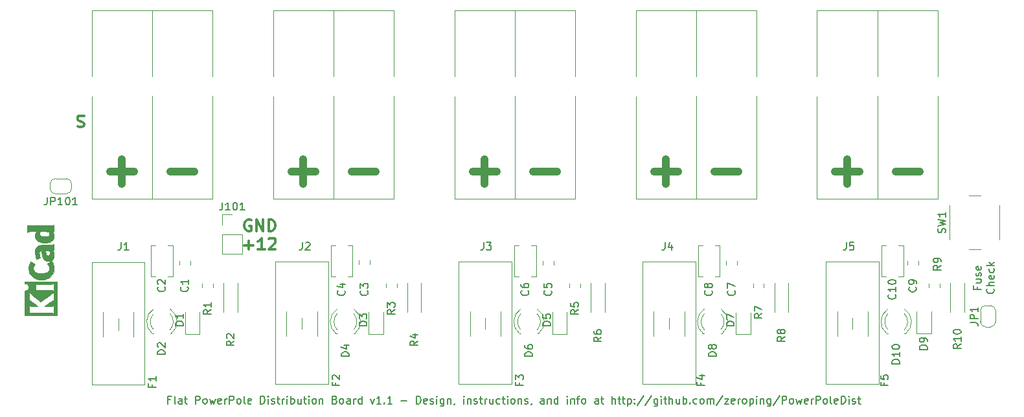
<source format=gbr>
G04 #@! TF.GenerationSoftware,KiCad,Pcbnew,5.0.2+dfsg1-1*
G04 #@! TF.CreationDate,2020-06-21T14:15:28-04:00*
G04 #@! TF.ProjectId,powerpoledist,706f7765-7270-46f6-9c65-646973742e6b,rev?*
G04 #@! TF.SameCoordinates,Original*
G04 #@! TF.FileFunction,Legend,Top*
G04 #@! TF.FilePolarity,Positive*
%FSLAX46Y46*%
G04 Gerber Fmt 4.6, Leading zero omitted, Abs format (unit mm)*
G04 Created by KiCad (PCBNEW 5.0.2+dfsg1-1) date Sun 21 Jun 2020 02:15:28 PM EDT*
%MOMM*%
%LPD*%
G01*
G04 APERTURE LIST*
%ADD10C,0.300000*%
%ADD11C,0.200000*%
%ADD12C,1.000000*%
%ADD13C,0.120000*%
%ADD14C,0.010000*%
%ADD15C,0.150000*%
G04 APERTURE END LIST*
D10*
X111657142Y-62450000D02*
X111514285Y-62378571D01*
X111300000Y-62378571D01*
X111085714Y-62450000D01*
X110942857Y-62592857D01*
X110871428Y-62735714D01*
X110800000Y-63021428D01*
X110800000Y-63235714D01*
X110871428Y-63521428D01*
X110942857Y-63664285D01*
X111085714Y-63807142D01*
X111300000Y-63878571D01*
X111442857Y-63878571D01*
X111657142Y-63807142D01*
X111728571Y-63735714D01*
X111728571Y-63235714D01*
X111442857Y-63235714D01*
X112371428Y-63878571D02*
X112371428Y-62378571D01*
X113228571Y-63878571D01*
X113228571Y-62378571D01*
X113942857Y-63878571D02*
X113942857Y-62378571D01*
X114300000Y-62378571D01*
X114514285Y-62450000D01*
X114657142Y-62592857D01*
X114728571Y-62735714D01*
X114800000Y-63021428D01*
X114800000Y-63235714D01*
X114728571Y-63521428D01*
X114657142Y-63664285D01*
X114514285Y-63807142D01*
X114300000Y-63878571D01*
X113942857Y-63878571D01*
X110800000Y-65707142D02*
X111942857Y-65707142D01*
X111371428Y-66278571D02*
X111371428Y-65135714D01*
X113442857Y-66278571D02*
X112585714Y-66278571D01*
X113014285Y-66278571D02*
X113014285Y-64778571D01*
X112871428Y-64992857D01*
X112728571Y-65135714D01*
X112585714Y-65207142D01*
X114014285Y-64921428D02*
X114085714Y-64850000D01*
X114228571Y-64778571D01*
X114585714Y-64778571D01*
X114728571Y-64850000D01*
X114800000Y-64921428D01*
X114871428Y-65064285D01*
X114871428Y-65207142D01*
X114800000Y-65421428D01*
X113942857Y-66278571D01*
X114871428Y-66278571D01*
D11*
X206578571Y-71142857D02*
X206578571Y-71476190D01*
X207102380Y-71476190D02*
X206102380Y-71476190D01*
X206102380Y-71000000D01*
X206435714Y-70190476D02*
X207102380Y-70190476D01*
X206435714Y-70619047D02*
X206959523Y-70619047D01*
X207054761Y-70571428D01*
X207102380Y-70476190D01*
X207102380Y-70333333D01*
X207054761Y-70238095D01*
X207007142Y-70190476D01*
X207054761Y-69761904D02*
X207102380Y-69666666D01*
X207102380Y-69476190D01*
X207054761Y-69380952D01*
X206959523Y-69333333D01*
X206911904Y-69333333D01*
X206816666Y-69380952D01*
X206769047Y-69476190D01*
X206769047Y-69619047D01*
X206721428Y-69714285D01*
X206626190Y-69761904D01*
X206578571Y-69761904D01*
X206483333Y-69714285D01*
X206435714Y-69619047D01*
X206435714Y-69476190D01*
X206483333Y-69380952D01*
X207054761Y-68523809D02*
X207102380Y-68619047D01*
X207102380Y-68809523D01*
X207054761Y-68904761D01*
X206959523Y-68952380D01*
X206578571Y-68952380D01*
X206483333Y-68904761D01*
X206435714Y-68809523D01*
X206435714Y-68619047D01*
X206483333Y-68523809D01*
X206578571Y-68476190D01*
X206673809Y-68476190D01*
X206769047Y-68952380D01*
X208707142Y-71404761D02*
X208754761Y-71452380D01*
X208802380Y-71595238D01*
X208802380Y-71690476D01*
X208754761Y-71833333D01*
X208659523Y-71928571D01*
X208564285Y-71976190D01*
X208373809Y-72023809D01*
X208230952Y-72023809D01*
X208040476Y-71976190D01*
X207945238Y-71928571D01*
X207850000Y-71833333D01*
X207802380Y-71690476D01*
X207802380Y-71595238D01*
X207850000Y-71452380D01*
X207897619Y-71404761D01*
X208802380Y-70976190D02*
X207802380Y-70976190D01*
X208802380Y-70547619D02*
X208278571Y-70547619D01*
X208183333Y-70595238D01*
X208135714Y-70690476D01*
X208135714Y-70833333D01*
X208183333Y-70928571D01*
X208230952Y-70976190D01*
X208754761Y-69690476D02*
X208802380Y-69785714D01*
X208802380Y-69976190D01*
X208754761Y-70071428D01*
X208659523Y-70119047D01*
X208278571Y-70119047D01*
X208183333Y-70071428D01*
X208135714Y-69976190D01*
X208135714Y-69785714D01*
X208183333Y-69690476D01*
X208278571Y-69642857D01*
X208373809Y-69642857D01*
X208469047Y-70119047D01*
X208754761Y-68785714D02*
X208802380Y-68880952D01*
X208802380Y-69071428D01*
X208754761Y-69166666D01*
X208707142Y-69214285D01*
X208611904Y-69261904D01*
X208326190Y-69261904D01*
X208230952Y-69214285D01*
X208183333Y-69166666D01*
X208135714Y-69071428D01*
X208135714Y-68880952D01*
X208183333Y-68785714D01*
X208802380Y-68357142D02*
X207802380Y-68357142D01*
X208421428Y-68261904D02*
X208802380Y-67976190D01*
X208135714Y-67976190D02*
X208516666Y-68357142D01*
X101142857Y-85928571D02*
X100809523Y-85928571D01*
X100809523Y-86452380D02*
X100809523Y-85452380D01*
X101285714Y-85452380D01*
X101809523Y-86452380D02*
X101714285Y-86404761D01*
X101666666Y-86309523D01*
X101666666Y-85452380D01*
X102619047Y-86452380D02*
X102619047Y-85928571D01*
X102571428Y-85833333D01*
X102476190Y-85785714D01*
X102285714Y-85785714D01*
X102190476Y-85833333D01*
X102619047Y-86404761D02*
X102523809Y-86452380D01*
X102285714Y-86452380D01*
X102190476Y-86404761D01*
X102142857Y-86309523D01*
X102142857Y-86214285D01*
X102190476Y-86119047D01*
X102285714Y-86071428D01*
X102523809Y-86071428D01*
X102619047Y-86023809D01*
X102952380Y-85785714D02*
X103333333Y-85785714D01*
X103095238Y-85452380D02*
X103095238Y-86309523D01*
X103142857Y-86404761D01*
X103238095Y-86452380D01*
X103333333Y-86452380D01*
X104428571Y-86452380D02*
X104428571Y-85452380D01*
X104809523Y-85452380D01*
X104904761Y-85500000D01*
X104952380Y-85547619D01*
X105000000Y-85642857D01*
X105000000Y-85785714D01*
X104952380Y-85880952D01*
X104904761Y-85928571D01*
X104809523Y-85976190D01*
X104428571Y-85976190D01*
X105571428Y-86452380D02*
X105476190Y-86404761D01*
X105428571Y-86357142D01*
X105380952Y-86261904D01*
X105380952Y-85976190D01*
X105428571Y-85880952D01*
X105476190Y-85833333D01*
X105571428Y-85785714D01*
X105714285Y-85785714D01*
X105809523Y-85833333D01*
X105857142Y-85880952D01*
X105904761Y-85976190D01*
X105904761Y-86261904D01*
X105857142Y-86357142D01*
X105809523Y-86404761D01*
X105714285Y-86452380D01*
X105571428Y-86452380D01*
X106238095Y-85785714D02*
X106428571Y-86452380D01*
X106619047Y-85976190D01*
X106809523Y-86452380D01*
X107000000Y-85785714D01*
X107761904Y-86404761D02*
X107666666Y-86452380D01*
X107476190Y-86452380D01*
X107380952Y-86404761D01*
X107333333Y-86309523D01*
X107333333Y-85928571D01*
X107380952Y-85833333D01*
X107476190Y-85785714D01*
X107666666Y-85785714D01*
X107761904Y-85833333D01*
X107809523Y-85928571D01*
X107809523Y-86023809D01*
X107333333Y-86119047D01*
X108238095Y-86452380D02*
X108238095Y-85785714D01*
X108238095Y-85976190D02*
X108285714Y-85880952D01*
X108333333Y-85833333D01*
X108428571Y-85785714D01*
X108523809Y-85785714D01*
X108857142Y-86452380D02*
X108857142Y-85452380D01*
X109238095Y-85452380D01*
X109333333Y-85500000D01*
X109380952Y-85547619D01*
X109428571Y-85642857D01*
X109428571Y-85785714D01*
X109380952Y-85880952D01*
X109333333Y-85928571D01*
X109238095Y-85976190D01*
X108857142Y-85976190D01*
X110000000Y-86452380D02*
X109904761Y-86404761D01*
X109857142Y-86357142D01*
X109809523Y-86261904D01*
X109809523Y-85976190D01*
X109857142Y-85880952D01*
X109904761Y-85833333D01*
X110000000Y-85785714D01*
X110142857Y-85785714D01*
X110238095Y-85833333D01*
X110285714Y-85880952D01*
X110333333Y-85976190D01*
X110333333Y-86261904D01*
X110285714Y-86357142D01*
X110238095Y-86404761D01*
X110142857Y-86452380D01*
X110000000Y-86452380D01*
X110904761Y-86452380D02*
X110809523Y-86404761D01*
X110761904Y-86309523D01*
X110761904Y-85452380D01*
X111666666Y-86404761D02*
X111571428Y-86452380D01*
X111380952Y-86452380D01*
X111285714Y-86404761D01*
X111238095Y-86309523D01*
X111238095Y-85928571D01*
X111285714Y-85833333D01*
X111380952Y-85785714D01*
X111571428Y-85785714D01*
X111666666Y-85833333D01*
X111714285Y-85928571D01*
X111714285Y-86023809D01*
X111238095Y-86119047D01*
X112904761Y-86452380D02*
X112904761Y-85452380D01*
X113142857Y-85452380D01*
X113285714Y-85500000D01*
X113380952Y-85595238D01*
X113428571Y-85690476D01*
X113476190Y-85880952D01*
X113476190Y-86023809D01*
X113428571Y-86214285D01*
X113380952Y-86309523D01*
X113285714Y-86404761D01*
X113142857Y-86452380D01*
X112904761Y-86452380D01*
X113904761Y-86452380D02*
X113904761Y-85785714D01*
X113904761Y-85452380D02*
X113857142Y-85500000D01*
X113904761Y-85547619D01*
X113952380Y-85500000D01*
X113904761Y-85452380D01*
X113904761Y-85547619D01*
X114333333Y-86404761D02*
X114428571Y-86452380D01*
X114619047Y-86452380D01*
X114714285Y-86404761D01*
X114761904Y-86309523D01*
X114761904Y-86261904D01*
X114714285Y-86166666D01*
X114619047Y-86119047D01*
X114476190Y-86119047D01*
X114380952Y-86071428D01*
X114333333Y-85976190D01*
X114333333Y-85928571D01*
X114380952Y-85833333D01*
X114476190Y-85785714D01*
X114619047Y-85785714D01*
X114714285Y-85833333D01*
X115047619Y-85785714D02*
X115428571Y-85785714D01*
X115190476Y-85452380D02*
X115190476Y-86309523D01*
X115238095Y-86404761D01*
X115333333Y-86452380D01*
X115428571Y-86452380D01*
X115761904Y-86452380D02*
X115761904Y-85785714D01*
X115761904Y-85976190D02*
X115809523Y-85880952D01*
X115857142Y-85833333D01*
X115952380Y-85785714D01*
X116047619Y-85785714D01*
X116380952Y-86452380D02*
X116380952Y-85785714D01*
X116380952Y-85452380D02*
X116333333Y-85500000D01*
X116380952Y-85547619D01*
X116428571Y-85500000D01*
X116380952Y-85452380D01*
X116380952Y-85547619D01*
X116857142Y-86452380D02*
X116857142Y-85452380D01*
X116857142Y-85833333D02*
X116952380Y-85785714D01*
X117142857Y-85785714D01*
X117238095Y-85833333D01*
X117285714Y-85880952D01*
X117333333Y-85976190D01*
X117333333Y-86261904D01*
X117285714Y-86357142D01*
X117238095Y-86404761D01*
X117142857Y-86452380D01*
X116952380Y-86452380D01*
X116857142Y-86404761D01*
X118190476Y-85785714D02*
X118190476Y-86452380D01*
X117761904Y-85785714D02*
X117761904Y-86309523D01*
X117809523Y-86404761D01*
X117904761Y-86452380D01*
X118047619Y-86452380D01*
X118142857Y-86404761D01*
X118190476Y-86357142D01*
X118523809Y-85785714D02*
X118904761Y-85785714D01*
X118666666Y-85452380D02*
X118666666Y-86309523D01*
X118714285Y-86404761D01*
X118809523Y-86452380D01*
X118904761Y-86452380D01*
X119238095Y-86452380D02*
X119238095Y-85785714D01*
X119238095Y-85452380D02*
X119190476Y-85500000D01*
X119238095Y-85547619D01*
X119285714Y-85500000D01*
X119238095Y-85452380D01*
X119238095Y-85547619D01*
X119857142Y-86452380D02*
X119761904Y-86404761D01*
X119714285Y-86357142D01*
X119666666Y-86261904D01*
X119666666Y-85976190D01*
X119714285Y-85880952D01*
X119761904Y-85833333D01*
X119857142Y-85785714D01*
X120000000Y-85785714D01*
X120095238Y-85833333D01*
X120142857Y-85880952D01*
X120190476Y-85976190D01*
X120190476Y-86261904D01*
X120142857Y-86357142D01*
X120095238Y-86404761D01*
X120000000Y-86452380D01*
X119857142Y-86452380D01*
X120619047Y-85785714D02*
X120619047Y-86452380D01*
X120619047Y-85880952D02*
X120666666Y-85833333D01*
X120761904Y-85785714D01*
X120904761Y-85785714D01*
X121000000Y-85833333D01*
X121047619Y-85928571D01*
X121047619Y-86452380D01*
X122619047Y-85928571D02*
X122761904Y-85976190D01*
X122809523Y-86023809D01*
X122857142Y-86119047D01*
X122857142Y-86261904D01*
X122809523Y-86357142D01*
X122761904Y-86404761D01*
X122666666Y-86452380D01*
X122285714Y-86452380D01*
X122285714Y-85452380D01*
X122619047Y-85452380D01*
X122714285Y-85500000D01*
X122761904Y-85547619D01*
X122809523Y-85642857D01*
X122809523Y-85738095D01*
X122761904Y-85833333D01*
X122714285Y-85880952D01*
X122619047Y-85928571D01*
X122285714Y-85928571D01*
X123428571Y-86452380D02*
X123333333Y-86404761D01*
X123285714Y-86357142D01*
X123238095Y-86261904D01*
X123238095Y-85976190D01*
X123285714Y-85880952D01*
X123333333Y-85833333D01*
X123428571Y-85785714D01*
X123571428Y-85785714D01*
X123666666Y-85833333D01*
X123714285Y-85880952D01*
X123761904Y-85976190D01*
X123761904Y-86261904D01*
X123714285Y-86357142D01*
X123666666Y-86404761D01*
X123571428Y-86452380D01*
X123428571Y-86452380D01*
X124619047Y-86452380D02*
X124619047Y-85928571D01*
X124571428Y-85833333D01*
X124476190Y-85785714D01*
X124285714Y-85785714D01*
X124190476Y-85833333D01*
X124619047Y-86404761D02*
X124523809Y-86452380D01*
X124285714Y-86452380D01*
X124190476Y-86404761D01*
X124142857Y-86309523D01*
X124142857Y-86214285D01*
X124190476Y-86119047D01*
X124285714Y-86071428D01*
X124523809Y-86071428D01*
X124619047Y-86023809D01*
X125095238Y-86452380D02*
X125095238Y-85785714D01*
X125095238Y-85976190D02*
X125142857Y-85880952D01*
X125190476Y-85833333D01*
X125285714Y-85785714D01*
X125380952Y-85785714D01*
X126142857Y-86452380D02*
X126142857Y-85452380D01*
X126142857Y-86404761D02*
X126047619Y-86452380D01*
X125857142Y-86452380D01*
X125761904Y-86404761D01*
X125714285Y-86357142D01*
X125666666Y-86261904D01*
X125666666Y-85976190D01*
X125714285Y-85880952D01*
X125761904Y-85833333D01*
X125857142Y-85785714D01*
X126047619Y-85785714D01*
X126142857Y-85833333D01*
X127285714Y-85785714D02*
X127523809Y-86452380D01*
X127761904Y-85785714D01*
X128666666Y-86452380D02*
X128095238Y-86452380D01*
X128380952Y-86452380D02*
X128380952Y-85452380D01*
X128285714Y-85595238D01*
X128190476Y-85690476D01*
X128095238Y-85738095D01*
X129095238Y-86357142D02*
X129142857Y-86404761D01*
X129095238Y-86452380D01*
X129047619Y-86404761D01*
X129095238Y-86357142D01*
X129095238Y-86452380D01*
X130095238Y-86452380D02*
X129523809Y-86452380D01*
X129809523Y-86452380D02*
X129809523Y-85452380D01*
X129714285Y-85595238D01*
X129619047Y-85690476D01*
X129523809Y-85738095D01*
X131285714Y-86071428D02*
X132047619Y-86071428D01*
X133285714Y-86452380D02*
X133285714Y-85452380D01*
X133523809Y-85452380D01*
X133666666Y-85500000D01*
X133761904Y-85595238D01*
X133809523Y-85690476D01*
X133857142Y-85880952D01*
X133857142Y-86023809D01*
X133809523Y-86214285D01*
X133761904Y-86309523D01*
X133666666Y-86404761D01*
X133523809Y-86452380D01*
X133285714Y-86452380D01*
X134666666Y-86404761D02*
X134571428Y-86452380D01*
X134380952Y-86452380D01*
X134285714Y-86404761D01*
X134238095Y-86309523D01*
X134238095Y-85928571D01*
X134285714Y-85833333D01*
X134380952Y-85785714D01*
X134571428Y-85785714D01*
X134666666Y-85833333D01*
X134714285Y-85928571D01*
X134714285Y-86023809D01*
X134238095Y-86119047D01*
X135095238Y-86404761D02*
X135190476Y-86452380D01*
X135380952Y-86452380D01*
X135476190Y-86404761D01*
X135523809Y-86309523D01*
X135523809Y-86261904D01*
X135476190Y-86166666D01*
X135380952Y-86119047D01*
X135238095Y-86119047D01*
X135142857Y-86071428D01*
X135095238Y-85976190D01*
X135095238Y-85928571D01*
X135142857Y-85833333D01*
X135238095Y-85785714D01*
X135380952Y-85785714D01*
X135476190Y-85833333D01*
X135952380Y-86452380D02*
X135952380Y-85785714D01*
X135952380Y-85452380D02*
X135904761Y-85500000D01*
X135952380Y-85547619D01*
X136000000Y-85500000D01*
X135952380Y-85452380D01*
X135952380Y-85547619D01*
X136857142Y-85785714D02*
X136857142Y-86595238D01*
X136809523Y-86690476D01*
X136761904Y-86738095D01*
X136666666Y-86785714D01*
X136523809Y-86785714D01*
X136428571Y-86738095D01*
X136857142Y-86404761D02*
X136761904Y-86452380D01*
X136571428Y-86452380D01*
X136476190Y-86404761D01*
X136428571Y-86357142D01*
X136380952Y-86261904D01*
X136380952Y-85976190D01*
X136428571Y-85880952D01*
X136476190Y-85833333D01*
X136571428Y-85785714D01*
X136761904Y-85785714D01*
X136857142Y-85833333D01*
X137333333Y-85785714D02*
X137333333Y-86452380D01*
X137333333Y-85880952D02*
X137380952Y-85833333D01*
X137476190Y-85785714D01*
X137619047Y-85785714D01*
X137714285Y-85833333D01*
X137761904Y-85928571D01*
X137761904Y-86452380D01*
X138285714Y-86404761D02*
X138285714Y-86452380D01*
X138238095Y-86547619D01*
X138190476Y-86595238D01*
X139476190Y-86452380D02*
X139476190Y-85785714D01*
X139476190Y-85452380D02*
X139428571Y-85500000D01*
X139476190Y-85547619D01*
X139523809Y-85500000D01*
X139476190Y-85452380D01*
X139476190Y-85547619D01*
X139952380Y-85785714D02*
X139952380Y-86452380D01*
X139952380Y-85880952D02*
X140000000Y-85833333D01*
X140095238Y-85785714D01*
X140238095Y-85785714D01*
X140333333Y-85833333D01*
X140380952Y-85928571D01*
X140380952Y-86452380D01*
X140809523Y-86404761D02*
X140904761Y-86452380D01*
X141095238Y-86452380D01*
X141190476Y-86404761D01*
X141238095Y-86309523D01*
X141238095Y-86261904D01*
X141190476Y-86166666D01*
X141095238Y-86119047D01*
X140952380Y-86119047D01*
X140857142Y-86071428D01*
X140809523Y-85976190D01*
X140809523Y-85928571D01*
X140857142Y-85833333D01*
X140952380Y-85785714D01*
X141095238Y-85785714D01*
X141190476Y-85833333D01*
X141523809Y-85785714D02*
X141904761Y-85785714D01*
X141666666Y-85452380D02*
X141666666Y-86309523D01*
X141714285Y-86404761D01*
X141809523Y-86452380D01*
X141904761Y-86452380D01*
X142238095Y-86452380D02*
X142238095Y-85785714D01*
X142238095Y-85976190D02*
X142285714Y-85880952D01*
X142333333Y-85833333D01*
X142428571Y-85785714D01*
X142523809Y-85785714D01*
X143285714Y-85785714D02*
X143285714Y-86452380D01*
X142857142Y-85785714D02*
X142857142Y-86309523D01*
X142904761Y-86404761D01*
X143000000Y-86452380D01*
X143142857Y-86452380D01*
X143238095Y-86404761D01*
X143285714Y-86357142D01*
X144190476Y-86404761D02*
X144095238Y-86452380D01*
X143904761Y-86452380D01*
X143809523Y-86404761D01*
X143761904Y-86357142D01*
X143714285Y-86261904D01*
X143714285Y-85976190D01*
X143761904Y-85880952D01*
X143809523Y-85833333D01*
X143904761Y-85785714D01*
X144095238Y-85785714D01*
X144190476Y-85833333D01*
X144476190Y-85785714D02*
X144857142Y-85785714D01*
X144619047Y-85452380D02*
X144619047Y-86309523D01*
X144666666Y-86404761D01*
X144761904Y-86452380D01*
X144857142Y-86452380D01*
X145190476Y-86452380D02*
X145190476Y-85785714D01*
X145190476Y-85452380D02*
X145142857Y-85500000D01*
X145190476Y-85547619D01*
X145238095Y-85500000D01*
X145190476Y-85452380D01*
X145190476Y-85547619D01*
X145809523Y-86452380D02*
X145714285Y-86404761D01*
X145666666Y-86357142D01*
X145619047Y-86261904D01*
X145619047Y-85976190D01*
X145666666Y-85880952D01*
X145714285Y-85833333D01*
X145809523Y-85785714D01*
X145952380Y-85785714D01*
X146047619Y-85833333D01*
X146095238Y-85880952D01*
X146142857Y-85976190D01*
X146142857Y-86261904D01*
X146095238Y-86357142D01*
X146047619Y-86404761D01*
X145952380Y-86452380D01*
X145809523Y-86452380D01*
X146571428Y-85785714D02*
X146571428Y-86452380D01*
X146571428Y-85880952D02*
X146619047Y-85833333D01*
X146714285Y-85785714D01*
X146857142Y-85785714D01*
X146952380Y-85833333D01*
X147000000Y-85928571D01*
X147000000Y-86452380D01*
X147428571Y-86404761D02*
X147523809Y-86452380D01*
X147714285Y-86452380D01*
X147809523Y-86404761D01*
X147857142Y-86309523D01*
X147857142Y-86261904D01*
X147809523Y-86166666D01*
X147714285Y-86119047D01*
X147571428Y-86119047D01*
X147476190Y-86071428D01*
X147428571Y-85976190D01*
X147428571Y-85928571D01*
X147476190Y-85833333D01*
X147571428Y-85785714D01*
X147714285Y-85785714D01*
X147809523Y-85833333D01*
X148333333Y-86404761D02*
X148333333Y-86452380D01*
X148285714Y-86547619D01*
X148238095Y-86595238D01*
X149952380Y-86452380D02*
X149952380Y-85928571D01*
X149904761Y-85833333D01*
X149809523Y-85785714D01*
X149619047Y-85785714D01*
X149523809Y-85833333D01*
X149952380Y-86404761D02*
X149857142Y-86452380D01*
X149619047Y-86452380D01*
X149523809Y-86404761D01*
X149476190Y-86309523D01*
X149476190Y-86214285D01*
X149523809Y-86119047D01*
X149619047Y-86071428D01*
X149857142Y-86071428D01*
X149952380Y-86023809D01*
X150428571Y-85785714D02*
X150428571Y-86452380D01*
X150428571Y-85880952D02*
X150476190Y-85833333D01*
X150571428Y-85785714D01*
X150714285Y-85785714D01*
X150809523Y-85833333D01*
X150857142Y-85928571D01*
X150857142Y-86452380D01*
X151761904Y-86452380D02*
X151761904Y-85452380D01*
X151761904Y-86404761D02*
X151666666Y-86452380D01*
X151476190Y-86452380D01*
X151380952Y-86404761D01*
X151333333Y-86357142D01*
X151285714Y-86261904D01*
X151285714Y-85976190D01*
X151333333Y-85880952D01*
X151380952Y-85833333D01*
X151476190Y-85785714D01*
X151666666Y-85785714D01*
X151761904Y-85833333D01*
X153000000Y-86452380D02*
X153000000Y-85785714D01*
X153000000Y-85452380D02*
X152952380Y-85500000D01*
X153000000Y-85547619D01*
X153047619Y-85500000D01*
X153000000Y-85452380D01*
X153000000Y-85547619D01*
X153476190Y-85785714D02*
X153476190Y-86452380D01*
X153476190Y-85880952D02*
X153523809Y-85833333D01*
X153619047Y-85785714D01*
X153761904Y-85785714D01*
X153857142Y-85833333D01*
X153904761Y-85928571D01*
X153904761Y-86452380D01*
X154238095Y-85785714D02*
X154619047Y-85785714D01*
X154380952Y-86452380D02*
X154380952Y-85595238D01*
X154428571Y-85500000D01*
X154523809Y-85452380D01*
X154619047Y-85452380D01*
X155095238Y-86452380D02*
X155000000Y-86404761D01*
X154952380Y-86357142D01*
X154904761Y-86261904D01*
X154904761Y-85976190D01*
X154952380Y-85880952D01*
X155000000Y-85833333D01*
X155095238Y-85785714D01*
X155238095Y-85785714D01*
X155333333Y-85833333D01*
X155380952Y-85880952D01*
X155428571Y-85976190D01*
X155428571Y-86261904D01*
X155380952Y-86357142D01*
X155333333Y-86404761D01*
X155238095Y-86452380D01*
X155095238Y-86452380D01*
X157047619Y-86452380D02*
X157047619Y-85928571D01*
X157000000Y-85833333D01*
X156904761Y-85785714D01*
X156714285Y-85785714D01*
X156619047Y-85833333D01*
X157047619Y-86404761D02*
X156952380Y-86452380D01*
X156714285Y-86452380D01*
X156619047Y-86404761D01*
X156571428Y-86309523D01*
X156571428Y-86214285D01*
X156619047Y-86119047D01*
X156714285Y-86071428D01*
X156952380Y-86071428D01*
X157047619Y-86023809D01*
X157380952Y-85785714D02*
X157761904Y-85785714D01*
X157523809Y-85452380D02*
X157523809Y-86309523D01*
X157571428Y-86404761D01*
X157666666Y-86452380D01*
X157761904Y-86452380D01*
X158857142Y-86452380D02*
X158857142Y-85452380D01*
X159285714Y-86452380D02*
X159285714Y-85928571D01*
X159238095Y-85833333D01*
X159142857Y-85785714D01*
X159000000Y-85785714D01*
X158904761Y-85833333D01*
X158857142Y-85880952D01*
X159619047Y-85785714D02*
X160000000Y-85785714D01*
X159761904Y-85452380D02*
X159761904Y-86309523D01*
X159809523Y-86404761D01*
X159904761Y-86452380D01*
X160000000Y-86452380D01*
X160190476Y-85785714D02*
X160571428Y-85785714D01*
X160333333Y-85452380D02*
X160333333Y-86309523D01*
X160380952Y-86404761D01*
X160476190Y-86452380D01*
X160571428Y-86452380D01*
X160904761Y-85785714D02*
X160904761Y-86785714D01*
X160904761Y-85833333D02*
X161000000Y-85785714D01*
X161190476Y-85785714D01*
X161285714Y-85833333D01*
X161333333Y-85880952D01*
X161380952Y-85976190D01*
X161380952Y-86261904D01*
X161333333Y-86357142D01*
X161285714Y-86404761D01*
X161190476Y-86452380D01*
X161000000Y-86452380D01*
X160904761Y-86404761D01*
X161809523Y-86357142D02*
X161857142Y-86404761D01*
X161809523Y-86452380D01*
X161761904Y-86404761D01*
X161809523Y-86357142D01*
X161809523Y-86452380D01*
X161809523Y-85833333D02*
X161857142Y-85880952D01*
X161809523Y-85928571D01*
X161761904Y-85880952D01*
X161809523Y-85833333D01*
X161809523Y-85928571D01*
X163000000Y-85404761D02*
X162142857Y-86690476D01*
X164047619Y-85404761D02*
X163190476Y-86690476D01*
X164809523Y-85785714D02*
X164809523Y-86595238D01*
X164761904Y-86690476D01*
X164714285Y-86738095D01*
X164619047Y-86785714D01*
X164476190Y-86785714D01*
X164380952Y-86738095D01*
X164809523Y-86404761D02*
X164714285Y-86452380D01*
X164523809Y-86452380D01*
X164428571Y-86404761D01*
X164380952Y-86357142D01*
X164333333Y-86261904D01*
X164333333Y-85976190D01*
X164380952Y-85880952D01*
X164428571Y-85833333D01*
X164523809Y-85785714D01*
X164714285Y-85785714D01*
X164809523Y-85833333D01*
X165285714Y-86452380D02*
X165285714Y-85785714D01*
X165285714Y-85452380D02*
X165238095Y-85500000D01*
X165285714Y-85547619D01*
X165333333Y-85500000D01*
X165285714Y-85452380D01*
X165285714Y-85547619D01*
X165619047Y-85785714D02*
X166000000Y-85785714D01*
X165761904Y-85452380D02*
X165761904Y-86309523D01*
X165809523Y-86404761D01*
X165904761Y-86452380D01*
X166000000Y-86452380D01*
X166333333Y-86452380D02*
X166333333Y-85452380D01*
X166761904Y-86452380D02*
X166761904Y-85928571D01*
X166714285Y-85833333D01*
X166619047Y-85785714D01*
X166476190Y-85785714D01*
X166380952Y-85833333D01*
X166333333Y-85880952D01*
X167666666Y-85785714D02*
X167666666Y-86452380D01*
X167238095Y-85785714D02*
X167238095Y-86309523D01*
X167285714Y-86404761D01*
X167380952Y-86452380D01*
X167523809Y-86452380D01*
X167619047Y-86404761D01*
X167666666Y-86357142D01*
X168142857Y-86452380D02*
X168142857Y-85452380D01*
X168142857Y-85833333D02*
X168238095Y-85785714D01*
X168428571Y-85785714D01*
X168523809Y-85833333D01*
X168571428Y-85880952D01*
X168619047Y-85976190D01*
X168619047Y-86261904D01*
X168571428Y-86357142D01*
X168523809Y-86404761D01*
X168428571Y-86452380D01*
X168238095Y-86452380D01*
X168142857Y-86404761D01*
X169047619Y-86357142D02*
X169095238Y-86404761D01*
X169047619Y-86452380D01*
X169000000Y-86404761D01*
X169047619Y-86357142D01*
X169047619Y-86452380D01*
X169952380Y-86404761D02*
X169857142Y-86452380D01*
X169666666Y-86452380D01*
X169571428Y-86404761D01*
X169523809Y-86357142D01*
X169476190Y-86261904D01*
X169476190Y-85976190D01*
X169523809Y-85880952D01*
X169571428Y-85833333D01*
X169666666Y-85785714D01*
X169857142Y-85785714D01*
X169952380Y-85833333D01*
X170523809Y-86452380D02*
X170428571Y-86404761D01*
X170380952Y-86357142D01*
X170333333Y-86261904D01*
X170333333Y-85976190D01*
X170380952Y-85880952D01*
X170428571Y-85833333D01*
X170523809Y-85785714D01*
X170666666Y-85785714D01*
X170761904Y-85833333D01*
X170809523Y-85880952D01*
X170857142Y-85976190D01*
X170857142Y-86261904D01*
X170809523Y-86357142D01*
X170761904Y-86404761D01*
X170666666Y-86452380D01*
X170523809Y-86452380D01*
X171285714Y-86452380D02*
X171285714Y-85785714D01*
X171285714Y-85880952D02*
X171333333Y-85833333D01*
X171428571Y-85785714D01*
X171571428Y-85785714D01*
X171666666Y-85833333D01*
X171714285Y-85928571D01*
X171714285Y-86452380D01*
X171714285Y-85928571D02*
X171761904Y-85833333D01*
X171857142Y-85785714D01*
X172000000Y-85785714D01*
X172095238Y-85833333D01*
X172142857Y-85928571D01*
X172142857Y-86452380D01*
X173333333Y-85404761D02*
X172476190Y-86690476D01*
X173571428Y-85785714D02*
X174095238Y-85785714D01*
X173571428Y-86452380D01*
X174095238Y-86452380D01*
X174857142Y-86404761D02*
X174761904Y-86452380D01*
X174571428Y-86452380D01*
X174476190Y-86404761D01*
X174428571Y-86309523D01*
X174428571Y-85928571D01*
X174476190Y-85833333D01*
X174571428Y-85785714D01*
X174761904Y-85785714D01*
X174857142Y-85833333D01*
X174904761Y-85928571D01*
X174904761Y-86023809D01*
X174428571Y-86119047D01*
X175333333Y-86452380D02*
X175333333Y-85785714D01*
X175333333Y-85976190D02*
X175380952Y-85880952D01*
X175428571Y-85833333D01*
X175523809Y-85785714D01*
X175619047Y-85785714D01*
X176095238Y-86452380D02*
X175999999Y-86404761D01*
X175952380Y-86357142D01*
X175904761Y-86261904D01*
X175904761Y-85976190D01*
X175952380Y-85880952D01*
X175999999Y-85833333D01*
X176095238Y-85785714D01*
X176238095Y-85785714D01*
X176333333Y-85833333D01*
X176380952Y-85880952D01*
X176428571Y-85976190D01*
X176428571Y-86261904D01*
X176380952Y-86357142D01*
X176333333Y-86404761D01*
X176238095Y-86452380D01*
X176095238Y-86452380D01*
X176857142Y-85785714D02*
X176857142Y-86785714D01*
X176857142Y-85833333D02*
X176952380Y-85785714D01*
X177142857Y-85785714D01*
X177238095Y-85833333D01*
X177285714Y-85880952D01*
X177333333Y-85976190D01*
X177333333Y-86261904D01*
X177285714Y-86357142D01*
X177238095Y-86404761D01*
X177142857Y-86452380D01*
X176952380Y-86452380D01*
X176857142Y-86404761D01*
X177761904Y-86452380D02*
X177761904Y-85785714D01*
X177761904Y-85452380D02*
X177714285Y-85500000D01*
X177761904Y-85547619D01*
X177809523Y-85500000D01*
X177761904Y-85452380D01*
X177761904Y-85547619D01*
X178238095Y-85785714D02*
X178238095Y-86452380D01*
X178238095Y-85880952D02*
X178285714Y-85833333D01*
X178380952Y-85785714D01*
X178523809Y-85785714D01*
X178619047Y-85833333D01*
X178666666Y-85928571D01*
X178666666Y-86452380D01*
X179571428Y-85785714D02*
X179571428Y-86595238D01*
X179523809Y-86690476D01*
X179476190Y-86738095D01*
X179380952Y-86785714D01*
X179238095Y-86785714D01*
X179142857Y-86738095D01*
X179571428Y-86404761D02*
X179476190Y-86452380D01*
X179285714Y-86452380D01*
X179190476Y-86404761D01*
X179142857Y-86357142D01*
X179095238Y-86261904D01*
X179095238Y-85976190D01*
X179142857Y-85880952D01*
X179190476Y-85833333D01*
X179285714Y-85785714D01*
X179476190Y-85785714D01*
X179571428Y-85833333D01*
X180761904Y-85404761D02*
X179904761Y-86690476D01*
X181095238Y-86452380D02*
X181095238Y-85452380D01*
X181476190Y-85452380D01*
X181571428Y-85500000D01*
X181619047Y-85547619D01*
X181666666Y-85642857D01*
X181666666Y-85785714D01*
X181619047Y-85880952D01*
X181571428Y-85928571D01*
X181476190Y-85976190D01*
X181095238Y-85976190D01*
X182238095Y-86452380D02*
X182142857Y-86404761D01*
X182095238Y-86357142D01*
X182047619Y-86261904D01*
X182047619Y-85976190D01*
X182095238Y-85880952D01*
X182142857Y-85833333D01*
X182238095Y-85785714D01*
X182380952Y-85785714D01*
X182476190Y-85833333D01*
X182523809Y-85880952D01*
X182571428Y-85976190D01*
X182571428Y-86261904D01*
X182523809Y-86357142D01*
X182476190Y-86404761D01*
X182380952Y-86452380D01*
X182238095Y-86452380D01*
X182904761Y-85785714D02*
X183095238Y-86452380D01*
X183285714Y-85976190D01*
X183476190Y-86452380D01*
X183666666Y-85785714D01*
X184428571Y-86404761D02*
X184333333Y-86452380D01*
X184142857Y-86452380D01*
X184047619Y-86404761D01*
X184000000Y-86309523D01*
X184000000Y-85928571D01*
X184047619Y-85833333D01*
X184142857Y-85785714D01*
X184333333Y-85785714D01*
X184428571Y-85833333D01*
X184476190Y-85928571D01*
X184476190Y-86023809D01*
X184000000Y-86119047D01*
X184904761Y-86452380D02*
X184904761Y-85785714D01*
X184904761Y-85976190D02*
X184952380Y-85880952D01*
X185000000Y-85833333D01*
X185095238Y-85785714D01*
X185190476Y-85785714D01*
X185523809Y-86452380D02*
X185523809Y-85452380D01*
X185904761Y-85452380D01*
X186000000Y-85500000D01*
X186047619Y-85547619D01*
X186095238Y-85642857D01*
X186095238Y-85785714D01*
X186047619Y-85880952D01*
X186000000Y-85928571D01*
X185904761Y-85976190D01*
X185523809Y-85976190D01*
X186666666Y-86452380D02*
X186571428Y-86404761D01*
X186523809Y-86357142D01*
X186476190Y-86261904D01*
X186476190Y-85976190D01*
X186523809Y-85880952D01*
X186571428Y-85833333D01*
X186666666Y-85785714D01*
X186809523Y-85785714D01*
X186904761Y-85833333D01*
X186952380Y-85880952D01*
X187000000Y-85976190D01*
X187000000Y-86261904D01*
X186952380Y-86357142D01*
X186904761Y-86404761D01*
X186809523Y-86452380D01*
X186666666Y-86452380D01*
X187571428Y-86452380D02*
X187476190Y-86404761D01*
X187428571Y-86309523D01*
X187428571Y-85452380D01*
X188333333Y-86404761D02*
X188238095Y-86452380D01*
X188047619Y-86452380D01*
X187952380Y-86404761D01*
X187904761Y-86309523D01*
X187904761Y-85928571D01*
X187952380Y-85833333D01*
X188047619Y-85785714D01*
X188238095Y-85785714D01*
X188333333Y-85833333D01*
X188380952Y-85928571D01*
X188380952Y-86023809D01*
X187904761Y-86119047D01*
X188809523Y-86452380D02*
X188809523Y-85452380D01*
X189047619Y-85452380D01*
X189190476Y-85500000D01*
X189285714Y-85595238D01*
X189333333Y-85690476D01*
X189380952Y-85880952D01*
X189380952Y-86023809D01*
X189333333Y-86214285D01*
X189285714Y-86309523D01*
X189190476Y-86404761D01*
X189047619Y-86452380D01*
X188809523Y-86452380D01*
X189809523Y-86452380D02*
X189809523Y-85785714D01*
X189809523Y-85452380D02*
X189761904Y-85500000D01*
X189809523Y-85547619D01*
X189857142Y-85500000D01*
X189809523Y-85452380D01*
X189809523Y-85547619D01*
X190238095Y-86404761D02*
X190333333Y-86452380D01*
X190523809Y-86452380D01*
X190619047Y-86404761D01*
X190666666Y-86309523D01*
X190666666Y-86261904D01*
X190619047Y-86166666D01*
X190523809Y-86119047D01*
X190380952Y-86119047D01*
X190285714Y-86071428D01*
X190238095Y-85976190D01*
X190238095Y-85928571D01*
X190285714Y-85833333D01*
X190380952Y-85785714D01*
X190523809Y-85785714D01*
X190619047Y-85833333D01*
X190952380Y-85785714D02*
X191333333Y-85785714D01*
X191095238Y-85452380D02*
X191095238Y-86309523D01*
X191142857Y-86404761D01*
X191238095Y-86452380D01*
X191333333Y-86452380D01*
D10*
X88971428Y-50207142D02*
X89185714Y-50278571D01*
X89542857Y-50278571D01*
X89685714Y-50207142D01*
X89757142Y-50135714D01*
X89828571Y-49992857D01*
X89828571Y-49850000D01*
X89757142Y-49707142D01*
X89685714Y-49635714D01*
X89542857Y-49564285D01*
X89257142Y-49492857D01*
X89114285Y-49421428D01*
X89042857Y-49350000D01*
X88971428Y-49207142D01*
X88971428Y-49064285D01*
X89042857Y-48921428D01*
X89114285Y-48850000D01*
X89257142Y-48778571D01*
X89614285Y-48778571D01*
X89828571Y-48850000D01*
D12*
X195920000Y-56090000D02*
X199080000Y-56090000D01*
X189600000Y-54510000D02*
X189600000Y-57670000D01*
X191180000Y-56090000D02*
X188020000Y-56090000D01*
X165900000Y-54510000D02*
X165900000Y-57670000D01*
X148520000Y-56090000D02*
X151680000Y-56090000D01*
X142200000Y-54510000D02*
X142200000Y-57670000D01*
X172220000Y-56090000D02*
X175380000Y-56090000D01*
X167480000Y-56090000D02*
X164320000Y-56090000D01*
X143780000Y-56090000D02*
X140620000Y-56090000D01*
X124820000Y-56090000D02*
X127980000Y-56090000D01*
X118500000Y-54510000D02*
X118500000Y-57670000D01*
X120080000Y-56090000D02*
X116920000Y-56090000D01*
X101120000Y-56090000D02*
X104280000Y-56090000D01*
X96380000Y-56090000D02*
X93220000Y-56090000D01*
X94800000Y-54510000D02*
X94800000Y-57670000D01*
D13*
G04 #@! TO.C,JP101*
X87500000Y-57000000D02*
G75*
G02X88200000Y-57700000I0J-700000D01*
G01*
X88200000Y-58300000D02*
G75*
G02X87500000Y-59000000I-700000J0D01*
G01*
X86100000Y-59000000D02*
G75*
G02X85400000Y-58300000I0J700000D01*
G01*
X85400000Y-57700000D02*
G75*
G02X86100000Y-57000000I700000J0D01*
G01*
X85400000Y-58300000D02*
X85400000Y-57700000D01*
X87500000Y-59000000D02*
X86100000Y-59000000D01*
X88200000Y-57700000D02*
X88200000Y-58300000D01*
X86100000Y-57000000D02*
X87500000Y-57000000D01*
G04 #@! TO.C,D9*
X198640000Y-74400000D02*
X198640000Y-77260000D01*
X198640000Y-77260000D02*
X200560000Y-77260000D01*
X200560000Y-77260000D02*
X200560000Y-74400000D01*
G04 #@! TO.C,J1*
X98750000Y-59630000D02*
X106650000Y-59630000D01*
X98750000Y-35030000D02*
X106650000Y-35030000D01*
X106650000Y-46230000D02*
X106650000Y-59630000D01*
X106650000Y-35030000D02*
X106650000Y-43630000D01*
X98750000Y-46230000D02*
X98750000Y-59630000D01*
X90850000Y-59630000D02*
X90850000Y-46240000D01*
X90850000Y-59630000D02*
X98750000Y-59630000D01*
X98750000Y-35030000D02*
X98750000Y-43630000D01*
X90850000Y-43640000D02*
X90850000Y-35030000D01*
X90850000Y-35030000D02*
X98750000Y-35030000D01*
G04 #@! TO.C,J2*
X122450000Y-59630000D02*
X130350000Y-59630000D01*
X122450000Y-35030000D02*
X130350000Y-35030000D01*
X130350000Y-46230000D02*
X130350000Y-59630000D01*
X130350000Y-35030000D02*
X130350000Y-43630000D01*
X122450000Y-46230000D02*
X122450000Y-59630000D01*
X114550000Y-59630000D02*
X114550000Y-46240000D01*
X114550000Y-59630000D02*
X122450000Y-59630000D01*
X122450000Y-35030000D02*
X122450000Y-43630000D01*
X114550000Y-43640000D02*
X114550000Y-35030000D01*
X114550000Y-35030000D02*
X122450000Y-35030000D01*
G04 #@! TO.C,J3*
X146150000Y-59630000D02*
X154050000Y-59630000D01*
X146150000Y-35030000D02*
X154050000Y-35030000D01*
X154050000Y-46230000D02*
X154050000Y-59630000D01*
X154050000Y-35030000D02*
X154050000Y-43630000D01*
X146150000Y-46230000D02*
X146150000Y-59630000D01*
X138250000Y-59630000D02*
X138250000Y-46240000D01*
X138250000Y-59630000D02*
X146150000Y-59630000D01*
X146150000Y-35030000D02*
X146150000Y-43630000D01*
X138250000Y-43640000D02*
X138250000Y-35030000D01*
X138250000Y-35030000D02*
X146150000Y-35030000D01*
G04 #@! TO.C,J4*
X169850000Y-59630000D02*
X177750000Y-59630000D01*
X169850000Y-35030000D02*
X177750000Y-35030000D01*
X177750000Y-46230000D02*
X177750000Y-59630000D01*
X177750000Y-35030000D02*
X177750000Y-43630000D01*
X169850000Y-46230000D02*
X169850000Y-59630000D01*
X161950000Y-59630000D02*
X161950000Y-46240000D01*
X161950000Y-59630000D02*
X169850000Y-59630000D01*
X169850000Y-35030000D02*
X169850000Y-43630000D01*
X161950000Y-43640000D02*
X161950000Y-35030000D01*
X161950000Y-35030000D02*
X169850000Y-35030000D01*
G04 #@! TO.C,J5*
X193550000Y-59630000D02*
X201450000Y-59630000D01*
X193550000Y-35030000D02*
X201450000Y-35030000D01*
X201450000Y-46230000D02*
X201450000Y-59630000D01*
X201450000Y-35030000D02*
X201450000Y-43630000D01*
X193550000Y-46230000D02*
X193550000Y-59630000D01*
X185650000Y-59630000D02*
X185650000Y-46240000D01*
X185650000Y-59630000D02*
X193550000Y-59630000D01*
X193550000Y-35030000D02*
X193550000Y-43630000D01*
X185650000Y-43640000D02*
X185650000Y-35030000D01*
X185650000Y-35030000D02*
X193550000Y-35030000D01*
G04 #@! TO.C,F1*
X96300000Y-74460000D02*
X96300000Y-77660000D01*
X92300000Y-77660000D02*
X92300000Y-74460000D01*
X94300000Y-75310000D02*
X94300000Y-76810000D01*
X97770000Y-83980000D02*
X97770000Y-67960000D01*
X90830000Y-83980000D02*
X97760000Y-83980000D01*
X90830000Y-67960000D02*
X90830000Y-83980000D01*
X97770000Y-67960000D02*
X90830000Y-67960000D01*
G04 #@! TO.C,F2*
X120300000Y-74360000D02*
X120300000Y-77560000D01*
X116300000Y-77560000D02*
X116300000Y-74360000D01*
X118300000Y-75210000D02*
X118300000Y-76710000D01*
X121770000Y-83880000D02*
X121770000Y-67860000D01*
X114830000Y-83880000D02*
X121760000Y-83880000D01*
X114830000Y-67860000D02*
X114830000Y-83880000D01*
X121770000Y-67860000D02*
X114830000Y-67860000D01*
G04 #@! TO.C,F3*
X144300000Y-74360000D02*
X144300000Y-77560000D01*
X140300000Y-77560000D02*
X140300000Y-74360000D01*
X142300000Y-75210000D02*
X142300000Y-76710000D01*
X145770000Y-83880000D02*
X145770000Y-67860000D01*
X138830000Y-83880000D02*
X145760000Y-83880000D01*
X138830000Y-67860000D02*
X138830000Y-83880000D01*
X145770000Y-67860000D02*
X138830000Y-67860000D01*
G04 #@! TO.C,F4*
X168300000Y-74360000D02*
X168300000Y-77560000D01*
X164300000Y-77560000D02*
X164300000Y-74360000D01*
X166300000Y-75210000D02*
X166300000Y-76710000D01*
X169770000Y-83880000D02*
X169770000Y-67860000D01*
X162830000Y-83880000D02*
X169760000Y-83880000D01*
X162830000Y-67860000D02*
X162830000Y-83880000D01*
X169770000Y-67860000D02*
X162830000Y-67860000D01*
G04 #@! TO.C,F5*
X192300000Y-74360000D02*
X192300000Y-77560000D01*
X188300000Y-77560000D02*
X188300000Y-74360000D01*
X190300000Y-75210000D02*
X190300000Y-76710000D01*
X193770000Y-83880000D02*
X193770000Y-67860000D01*
X186830000Y-83880000D02*
X193760000Y-83880000D01*
X186830000Y-67860000D02*
X186830000Y-83880000D01*
X193770000Y-67860000D02*
X186830000Y-67860000D01*
G04 #@! TO.C,R3*
X130710000Y-70713748D02*
X130710000Y-71236252D01*
X129290000Y-70713748D02*
X129290000Y-71236252D01*
G04 #@! TO.C,R9*
X201710000Y-70738748D02*
X201710000Y-71261252D01*
X200290000Y-70738748D02*
X200290000Y-71261252D01*
G04 #@! TO.C,D4*
X125080000Y-77290000D02*
X125236000Y-77290000D01*
X122764000Y-77290000D02*
X122920000Y-77290000D01*
X125079837Y-74688870D02*
G75*
G02X125080000Y-76770961I-1079837J-1041130D01*
G01*
X122920163Y-74688870D02*
G75*
G03X122920000Y-76770961I1079837J-1041130D01*
G01*
X125078608Y-74057665D02*
G75*
G02X125235516Y-77290000I-1078608J-1672335D01*
G01*
X122921392Y-74057665D02*
G75*
G03X122764484Y-77290000I1078608J-1672335D01*
G01*
G04 #@! TO.C,D10*
X194921392Y-74057665D02*
G75*
G03X194764484Y-77290000I1078608J-1672335D01*
G01*
X197078608Y-74057665D02*
G75*
G02X197235516Y-77290000I-1078608J-1672335D01*
G01*
X194920163Y-74688870D02*
G75*
G03X194920000Y-76770961I1079837J-1041130D01*
G01*
X197079837Y-74688870D02*
G75*
G02X197080000Y-76770961I-1079837J-1041130D01*
G01*
X194764000Y-77290000D02*
X194920000Y-77290000D01*
X197080000Y-77290000D02*
X197236000Y-77290000D01*
G04 #@! TO.C,D2*
X98921392Y-74057665D02*
G75*
G03X98764484Y-77290000I1078608J-1672335D01*
G01*
X101078608Y-74057665D02*
G75*
G02X101235516Y-77290000I-1078608J-1672335D01*
G01*
X98920163Y-74688870D02*
G75*
G03X98920000Y-76770961I1079837J-1041130D01*
G01*
X101079837Y-74688870D02*
G75*
G02X101080000Y-76770961I-1079837J-1041130D01*
G01*
X98764000Y-77290000D02*
X98920000Y-77290000D01*
X101080000Y-77290000D02*
X101236000Y-77290000D01*
G04 #@! TO.C,D6*
X149080000Y-77290000D02*
X149236000Y-77290000D01*
X146764000Y-77290000D02*
X146920000Y-77290000D01*
X149079837Y-74688870D02*
G75*
G02X149080000Y-76770961I-1079837J-1041130D01*
G01*
X146920163Y-74688870D02*
G75*
G03X146920000Y-76770961I1079837J-1041130D01*
G01*
X149078608Y-74057665D02*
G75*
G02X149235516Y-77290000I-1078608J-1672335D01*
G01*
X146921392Y-74057665D02*
G75*
G03X146764484Y-77290000I1078608J-1672335D01*
G01*
G04 #@! TO.C,D8*
X170921392Y-74057665D02*
G75*
G03X170764484Y-77290000I1078608J-1672335D01*
G01*
X173078608Y-74057665D02*
G75*
G02X173235516Y-77290000I-1078608J-1672335D01*
G01*
X170920163Y-74688870D02*
G75*
G03X170920000Y-76770961I1079837J-1041130D01*
G01*
X173079837Y-74688870D02*
G75*
G02X173080000Y-76770961I-1079837J-1041130D01*
G01*
X170764000Y-77290000D02*
X170920000Y-77290000D01*
X173080000Y-77290000D02*
X173236000Y-77290000D01*
G04 #@! TO.C,R1*
X105290000Y-70763748D02*
X105290000Y-71286252D01*
X106710000Y-70763748D02*
X106710000Y-71286252D01*
G04 #@! TO.C,R2*
X108080000Y-70620000D02*
X108080000Y-74460000D01*
X109920000Y-70620000D02*
X109920000Y-74460000D01*
G04 #@! TO.C,R4*
X133920000Y-70620000D02*
X133920000Y-74460000D01*
X132080000Y-70620000D02*
X132080000Y-74460000D01*
G04 #@! TO.C,R5*
X154710000Y-70713748D02*
X154710000Y-71236252D01*
X153290000Y-70713748D02*
X153290000Y-71236252D01*
G04 #@! TO.C,R6*
X157920000Y-70620000D02*
X157920000Y-74460000D01*
X156080000Y-70620000D02*
X156080000Y-74460000D01*
G04 #@! TO.C,R7*
X178710000Y-70713748D02*
X178710000Y-71236252D01*
X177290000Y-70713748D02*
X177290000Y-71236252D01*
G04 #@! TO.C,R8*
X180080000Y-70620000D02*
X180080000Y-74460000D01*
X181920000Y-70620000D02*
X181920000Y-74460000D01*
G04 #@! TO.C,R10*
X204920000Y-70620000D02*
X204920000Y-74460000D01*
X203080000Y-70620000D02*
X203080000Y-74460000D01*
G04 #@! TO.C,SW1*
X209500000Y-65000000D02*
X209500000Y-60500000D01*
X205500000Y-66250000D02*
X207000000Y-66250000D01*
X203000000Y-60500000D02*
X203000000Y-65000000D01*
X207000000Y-59250000D02*
X205500000Y-59250000D01*
G04 #@! TO.C,JP1*
X207000000Y-74300000D02*
G75*
G02X207700000Y-73600000I700000J0D01*
G01*
X208300000Y-73600000D02*
G75*
G02X209000000Y-74300000I0J-700000D01*
G01*
X209000000Y-75700000D02*
G75*
G02X208300000Y-76400000I-700000J0D01*
G01*
X207700000Y-76400000D02*
G75*
G02X207000000Y-75700000I0J700000D01*
G01*
X208300000Y-76400000D02*
X207700000Y-76400000D01*
X209000000Y-74300000D02*
X209000000Y-75700000D01*
X207700000Y-73600000D02*
X208300000Y-73600000D01*
X207000000Y-75700000D02*
X207000000Y-74300000D01*
G04 #@! TO.C,C1*
X103710000Y-68286252D02*
X103710000Y-67763748D01*
X102290000Y-68286252D02*
X102290000Y-67763748D01*
G04 #@! TO.C,C2*
X100795000Y-65730000D02*
X101420000Y-65730000D01*
X98580000Y-65730000D02*
X99205000Y-65730000D01*
X100795000Y-69770000D02*
X101420000Y-69770000D01*
X98580000Y-69770000D02*
X99205000Y-69770000D01*
X101420000Y-69770000D02*
X101420000Y-65730000D01*
X98580000Y-69770000D02*
X98580000Y-65730000D01*
G04 #@! TO.C,C3*
X125790000Y-68236252D02*
X125790000Y-67713748D01*
X127210000Y-68236252D02*
X127210000Y-67713748D01*
G04 #@! TO.C,C4*
X122080000Y-69770000D02*
X122080000Y-65730000D01*
X124920000Y-69770000D02*
X124920000Y-65730000D01*
X122080000Y-69770000D02*
X122705000Y-69770000D01*
X124295000Y-69770000D02*
X124920000Y-69770000D01*
X122080000Y-65730000D02*
X122705000Y-65730000D01*
X124295000Y-65730000D02*
X124920000Y-65730000D01*
G04 #@! TO.C,C5*
X151210000Y-68286252D02*
X151210000Y-67763748D01*
X149790000Y-68286252D02*
X149790000Y-67763748D01*
G04 #@! TO.C,C6*
X148295000Y-65730000D02*
X148920000Y-65730000D01*
X146080000Y-65730000D02*
X146705000Y-65730000D01*
X148295000Y-69770000D02*
X148920000Y-69770000D01*
X146080000Y-69770000D02*
X146705000Y-69770000D01*
X148920000Y-69770000D02*
X148920000Y-65730000D01*
X146080000Y-69770000D02*
X146080000Y-65730000D01*
G04 #@! TO.C,C7*
X173790000Y-68286252D02*
X173790000Y-67763748D01*
X175210000Y-68286252D02*
X175210000Y-67763748D01*
G04 #@! TO.C,C8*
X170080000Y-69770000D02*
X170080000Y-65730000D01*
X172920000Y-69770000D02*
X172920000Y-65730000D01*
X170080000Y-69770000D02*
X170705000Y-69770000D01*
X172295000Y-69770000D02*
X172920000Y-69770000D01*
X170080000Y-65730000D02*
X170705000Y-65730000D01*
X172295000Y-65730000D02*
X172920000Y-65730000D01*
G04 #@! TO.C,C9*
X197490000Y-68261252D02*
X197490000Y-67738748D01*
X198910000Y-68261252D02*
X198910000Y-67738748D01*
G04 #@! TO.C,C10*
X194080000Y-69770000D02*
X194080000Y-65730000D01*
X196920000Y-69770000D02*
X196920000Y-65730000D01*
X194080000Y-69770000D02*
X194705000Y-69770000D01*
X196295000Y-69770000D02*
X196920000Y-69770000D01*
X194080000Y-65730000D02*
X194705000Y-65730000D01*
X196295000Y-65730000D02*
X196920000Y-65730000D01*
D14*
G04 #@! TO.C,REF\002A\002A*
G36*
X84057150Y-63152536D02*
X84387052Y-63150994D01*
X84669981Y-63149434D01*
X84909761Y-63147739D01*
X85110219Y-63145792D01*
X85275181Y-63143477D01*
X85408472Y-63140678D01*
X85513918Y-63137276D01*
X85595345Y-63133156D01*
X85656580Y-63128201D01*
X85701447Y-63122293D01*
X85733774Y-63115317D01*
X85757385Y-63107155D01*
X85771650Y-63100198D01*
X85854200Y-63055096D01*
X85854200Y-63869200D01*
X85778000Y-63869200D01*
X85724452Y-63872559D01*
X85701804Y-63880649D01*
X85701800Y-63880773D01*
X85714784Y-63906891D01*
X85747537Y-63959274D01*
X85765421Y-63986097D01*
X85832647Y-64118397D01*
X85879589Y-64278063D01*
X85903338Y-64446978D01*
X85900984Y-64607023D01*
X85881247Y-64707400D01*
X85799939Y-64891462D01*
X85678200Y-65056590D01*
X85525510Y-65191483D01*
X85423694Y-65252845D01*
X85266029Y-65320269D01*
X85099951Y-65364145D01*
X84911403Y-65387286D01*
X84724913Y-65392759D01*
X84711200Y-65391998D01*
X84711200Y-64591864D01*
X84886895Y-64587366D01*
X85020414Y-64573751D01*
X85119949Y-64548523D01*
X85193691Y-64509188D01*
X85249831Y-64453249D01*
X85272170Y-64420984D01*
X85310164Y-64314579D01*
X85307176Y-64188856D01*
X85263728Y-64053797D01*
X85251773Y-64029501D01*
X85201557Y-63932700D01*
X84652487Y-63925858D01*
X84103416Y-63919015D01*
X84059454Y-63986109D01*
X84032707Y-64049640D01*
X84012044Y-64139332D01*
X84005065Y-64197367D01*
X84001970Y-64285745D01*
X84012095Y-64344709D01*
X84040683Y-64395015D01*
X84061568Y-64421073D01*
X84135167Y-64488417D01*
X84230737Y-64537336D01*
X84355234Y-64569659D01*
X84515611Y-64587213D01*
X84711200Y-64591864D01*
X84711200Y-65391998D01*
X84428965Y-65376325D01*
X84169134Y-65328458D01*
X83946509Y-65249829D01*
X83762180Y-65141111D01*
X83617237Y-65002975D01*
X83512768Y-64836094D01*
X83449864Y-64641140D01*
X83442835Y-64601830D01*
X83434575Y-64486297D01*
X83441429Y-64358937D01*
X83460852Y-64232339D01*
X83490299Y-64119088D01*
X83527225Y-64031772D01*
X83567815Y-63983738D01*
X83592282Y-63962873D01*
X83587192Y-63946830D01*
X83548657Y-63935075D01*
X83472788Y-63927076D01*
X83355701Y-63922298D01*
X83193506Y-63920207D01*
X83103670Y-63920000D01*
X82929573Y-63920523D01*
X82798217Y-63922531D01*
X82701550Y-63926689D01*
X82631519Y-63933657D01*
X82580073Y-63944099D01*
X82539158Y-63958678D01*
X82519470Y-63968062D01*
X82425200Y-64016124D01*
X82425200Y-63159772D01*
X84057150Y-63152536D01*
X84057150Y-63152536D01*
G37*
X84057150Y-63152536D02*
X84387052Y-63150994D01*
X84669981Y-63149434D01*
X84909761Y-63147739D01*
X85110219Y-63145792D01*
X85275181Y-63143477D01*
X85408472Y-63140678D01*
X85513918Y-63137276D01*
X85595345Y-63133156D01*
X85656580Y-63128201D01*
X85701447Y-63122293D01*
X85733774Y-63115317D01*
X85757385Y-63107155D01*
X85771650Y-63100198D01*
X85854200Y-63055096D01*
X85854200Y-63869200D01*
X85778000Y-63869200D01*
X85724452Y-63872559D01*
X85701804Y-63880649D01*
X85701800Y-63880773D01*
X85714784Y-63906891D01*
X85747537Y-63959274D01*
X85765421Y-63986097D01*
X85832647Y-64118397D01*
X85879589Y-64278063D01*
X85903338Y-64446978D01*
X85900984Y-64607023D01*
X85881247Y-64707400D01*
X85799939Y-64891462D01*
X85678200Y-65056590D01*
X85525510Y-65191483D01*
X85423694Y-65252845D01*
X85266029Y-65320269D01*
X85099951Y-65364145D01*
X84911403Y-65387286D01*
X84724913Y-65392759D01*
X84711200Y-65391998D01*
X84711200Y-64591864D01*
X84886895Y-64587366D01*
X85020414Y-64573751D01*
X85119949Y-64548523D01*
X85193691Y-64509188D01*
X85249831Y-64453249D01*
X85272170Y-64420984D01*
X85310164Y-64314579D01*
X85307176Y-64188856D01*
X85263728Y-64053797D01*
X85251773Y-64029501D01*
X85201557Y-63932700D01*
X84652487Y-63925858D01*
X84103416Y-63919015D01*
X84059454Y-63986109D01*
X84032707Y-64049640D01*
X84012044Y-64139332D01*
X84005065Y-64197367D01*
X84001970Y-64285745D01*
X84012095Y-64344709D01*
X84040683Y-64395015D01*
X84061568Y-64421073D01*
X84135167Y-64488417D01*
X84230737Y-64537336D01*
X84355234Y-64569659D01*
X84515611Y-64587213D01*
X84711200Y-64591864D01*
X84711200Y-65391998D01*
X84428965Y-65376325D01*
X84169134Y-65328458D01*
X83946509Y-65249829D01*
X83762180Y-65141111D01*
X83617237Y-65002975D01*
X83512768Y-64836094D01*
X83449864Y-64641140D01*
X83442835Y-64601830D01*
X83434575Y-64486297D01*
X83441429Y-64358937D01*
X83460852Y-64232339D01*
X83490299Y-64119088D01*
X83527225Y-64031772D01*
X83567815Y-63983738D01*
X83592282Y-63962873D01*
X83587192Y-63946830D01*
X83548657Y-63935075D01*
X83472788Y-63927076D01*
X83355701Y-63922298D01*
X83193506Y-63920207D01*
X83103670Y-63920000D01*
X82929573Y-63920523D01*
X82798217Y-63922531D01*
X82701550Y-63926689D01*
X82631519Y-63933657D01*
X82580073Y-63944099D01*
X82539158Y-63958678D01*
X82519470Y-63968062D01*
X82425200Y-64016124D01*
X82425200Y-63159772D01*
X84057150Y-63152536D01*
G36*
X83452359Y-66372380D02*
X83492264Y-66196424D01*
X83536895Y-66077487D01*
X83592778Y-65984902D01*
X83666360Y-65902221D01*
X83721188Y-65849083D01*
X83772829Y-65805604D01*
X83826992Y-65770709D01*
X83889387Y-65743324D01*
X83965723Y-65722376D01*
X84061710Y-65706791D01*
X84183058Y-65695496D01*
X84335475Y-65687415D01*
X84524670Y-65681477D01*
X84756355Y-65676606D01*
X84877477Y-65674451D01*
X85109434Y-65670193D01*
X85296051Y-65666070D01*
X85442785Y-65661724D01*
X85555095Y-65656797D01*
X85638437Y-65650932D01*
X85698269Y-65643769D01*
X85740049Y-65634951D01*
X85769234Y-65624120D01*
X85785527Y-65614865D01*
X85854200Y-65569829D01*
X85854200Y-66380582D01*
X85700698Y-66396500D01*
X85768483Y-66495898D01*
X85847254Y-66652054D01*
X85893178Y-66832908D01*
X85904137Y-67022705D01*
X85878011Y-67205691D01*
X85868436Y-67239166D01*
X85786112Y-67425571D01*
X85668585Y-67576480D01*
X85519321Y-67689348D01*
X85341786Y-67761625D01*
X85139443Y-67790765D01*
X85117600Y-67791212D01*
X85088545Y-67790548D01*
X85088545Y-67062293D01*
X85177884Y-67058037D01*
X85208502Y-67047910D01*
X85289089Y-66985221D01*
X85343481Y-66890277D01*
X85367352Y-66776673D01*
X85356378Y-66658004D01*
X85344508Y-66620404D01*
X85302968Y-66533217D01*
X85250366Y-66477576D01*
X85175280Y-66447106D01*
X85066289Y-66435434D01*
X85011572Y-66434600D01*
X84812800Y-66434600D01*
X84812800Y-66600516D01*
X84827824Y-66764253D01*
X84870733Y-66902872D01*
X84931555Y-66998324D01*
X84998298Y-67040931D01*
X85088545Y-67062293D01*
X85088545Y-67790548D01*
X85003273Y-67788597D01*
X84915974Y-67774949D01*
X84832311Y-67745450D01*
X84782215Y-67722118D01*
X84625636Y-67617777D01*
X84499758Y-67473396D01*
X84404878Y-67289631D01*
X84341291Y-67067138D01*
X84309295Y-66806574D01*
X84305241Y-66666206D01*
X84304800Y-66427912D01*
X84201228Y-66441804D01*
X84087960Y-66477738D01*
X84009507Y-66549656D01*
X83966163Y-66656276D01*
X83958223Y-66796313D01*
X83985980Y-66968484D01*
X84040144Y-67145491D01*
X84067413Y-67229949D01*
X84082373Y-67294942D01*
X84081908Y-67326805D01*
X84081589Y-67327138D01*
X84049872Y-67344724D01*
X83983912Y-67374820D01*
X83896745Y-67412098D01*
X83801404Y-67451227D01*
X83710925Y-67486878D01*
X83638340Y-67513720D01*
X83596685Y-67526425D01*
X83593302Y-67526800D01*
X83574617Y-67505010D01*
X83568200Y-67461553D01*
X83562037Y-67409969D01*
X83545424Y-67323150D01*
X83521175Y-67214897D01*
X83502173Y-67137703D01*
X83451360Y-66871904D01*
X83434718Y-66613224D01*
X83452359Y-66372380D01*
X83452359Y-66372380D01*
G37*
X83452359Y-66372380D02*
X83492264Y-66196424D01*
X83536895Y-66077487D01*
X83592778Y-65984902D01*
X83666360Y-65902221D01*
X83721188Y-65849083D01*
X83772829Y-65805604D01*
X83826992Y-65770709D01*
X83889387Y-65743324D01*
X83965723Y-65722376D01*
X84061710Y-65706791D01*
X84183058Y-65695496D01*
X84335475Y-65687415D01*
X84524670Y-65681477D01*
X84756355Y-65676606D01*
X84877477Y-65674451D01*
X85109434Y-65670193D01*
X85296051Y-65666070D01*
X85442785Y-65661724D01*
X85555095Y-65656797D01*
X85638437Y-65650932D01*
X85698269Y-65643769D01*
X85740049Y-65634951D01*
X85769234Y-65624120D01*
X85785527Y-65614865D01*
X85854200Y-65569829D01*
X85854200Y-66380582D01*
X85700698Y-66396500D01*
X85768483Y-66495898D01*
X85847254Y-66652054D01*
X85893178Y-66832908D01*
X85904137Y-67022705D01*
X85878011Y-67205691D01*
X85868436Y-67239166D01*
X85786112Y-67425571D01*
X85668585Y-67576480D01*
X85519321Y-67689348D01*
X85341786Y-67761625D01*
X85139443Y-67790765D01*
X85117600Y-67791212D01*
X85088545Y-67790548D01*
X85088545Y-67062293D01*
X85177884Y-67058037D01*
X85208502Y-67047910D01*
X85289089Y-66985221D01*
X85343481Y-66890277D01*
X85367352Y-66776673D01*
X85356378Y-66658004D01*
X85344508Y-66620404D01*
X85302968Y-66533217D01*
X85250366Y-66477576D01*
X85175280Y-66447106D01*
X85066289Y-66435434D01*
X85011572Y-66434600D01*
X84812800Y-66434600D01*
X84812800Y-66600516D01*
X84827824Y-66764253D01*
X84870733Y-66902872D01*
X84931555Y-66998324D01*
X84998298Y-67040931D01*
X85088545Y-67062293D01*
X85088545Y-67790548D01*
X85003273Y-67788597D01*
X84915974Y-67774949D01*
X84832311Y-67745450D01*
X84782215Y-67722118D01*
X84625636Y-67617777D01*
X84499758Y-67473396D01*
X84404878Y-67289631D01*
X84341291Y-67067138D01*
X84309295Y-66806574D01*
X84305241Y-66666206D01*
X84304800Y-66427912D01*
X84201228Y-66441804D01*
X84087960Y-66477738D01*
X84009507Y-66549656D01*
X83966163Y-66656276D01*
X83958223Y-66796313D01*
X83985980Y-66968484D01*
X84040144Y-67145491D01*
X84067413Y-67229949D01*
X84082373Y-67294942D01*
X84081908Y-67326805D01*
X84081589Y-67327138D01*
X84049872Y-67344724D01*
X83983912Y-67374820D01*
X83896745Y-67412098D01*
X83801404Y-67451227D01*
X83710925Y-67486878D01*
X83638340Y-67513720D01*
X83596685Y-67526425D01*
X83593302Y-67526800D01*
X83574617Y-67505010D01*
X83568200Y-67461553D01*
X83562037Y-67409969D01*
X83545424Y-67323150D01*
X83521175Y-67214897D01*
X83502173Y-67137703D01*
X83451360Y-66871904D01*
X83434718Y-66613224D01*
X83452359Y-66372380D01*
G36*
X82606341Y-68455324D02*
X82616143Y-68414089D01*
X82638829Y-68343121D01*
X82674963Y-68247827D01*
X82719187Y-68140479D01*
X82766147Y-68033347D01*
X82810487Y-67938702D01*
X82846851Y-67868815D01*
X82867598Y-67837936D01*
X82890582Y-67847626D01*
X82945508Y-67879964D01*
X83022651Y-67928536D01*
X83112288Y-67986926D01*
X83204695Y-68048719D01*
X83290151Y-68107498D01*
X83358930Y-68156848D01*
X83400159Y-68189323D01*
X83397624Y-68217764D01*
X83367335Y-68269919D01*
X83333312Y-68313593D01*
X83241226Y-68458702D01*
X83195559Y-68623513D01*
X83194284Y-68781902D01*
X83234902Y-68952602D01*
X83318127Y-69096741D01*
X83442925Y-69213755D01*
X83608260Y-69303081D01*
X83813097Y-69364157D01*
X84056401Y-69396419D01*
X84330200Y-69399574D01*
X84577826Y-69378133D01*
X84783741Y-69333016D01*
X84952105Y-69262370D01*
X85087080Y-69164343D01*
X85192826Y-69037083D01*
X85211151Y-69007421D01*
X85251415Y-68930227D01*
X85272876Y-68858762D01*
X85280676Y-68770973D01*
X85281009Y-68707900D01*
X85265354Y-68548183D01*
X85217392Y-68409453D01*
X85130613Y-68275375D01*
X85088663Y-68225154D01*
X85044162Y-68170908D01*
X85020225Y-68134586D01*
X85018969Y-68126945D01*
X85052288Y-68104784D01*
X85116333Y-68065502D01*
X85201348Y-68014770D01*
X85297575Y-67958257D01*
X85395257Y-67901634D01*
X85484636Y-67850569D01*
X85555956Y-67810735D01*
X85599460Y-67787799D01*
X85608180Y-67784547D01*
X85621554Y-67809782D01*
X85652253Y-67867656D01*
X85693786Y-67945938D01*
X85696230Y-67950543D01*
X85776612Y-68112853D01*
X85831928Y-68255788D01*
X85866986Y-68397728D01*
X85886593Y-68557053D01*
X85894340Y-68707900D01*
X85895569Y-68900715D01*
X85886113Y-69052750D01*
X85870565Y-69143564D01*
X85785718Y-69375799D01*
X85656718Y-69588841D01*
X85487906Y-69778634D01*
X85283623Y-69941122D01*
X85048209Y-70072248D01*
X84786005Y-70167956D01*
X84769632Y-70172452D01*
X84583026Y-70208750D01*
X84368920Y-70227655D01*
X84145257Y-70229177D01*
X83929982Y-70213331D01*
X83741040Y-70180128D01*
X83709044Y-70171703D01*
X83435435Y-70069939D01*
X83189468Y-69927268D01*
X82974653Y-69746196D01*
X82794495Y-69529230D01*
X82780082Y-69508000D01*
X82687504Y-69330356D01*
X82621748Y-69122302D01*
X82584907Y-68897802D01*
X82579073Y-68670822D01*
X82606341Y-68455324D01*
X82606341Y-68455324D01*
G37*
X82606341Y-68455324D02*
X82616143Y-68414089D01*
X82638829Y-68343121D01*
X82674963Y-68247827D01*
X82719187Y-68140479D01*
X82766147Y-68033347D01*
X82810487Y-67938702D01*
X82846851Y-67868815D01*
X82867598Y-67837936D01*
X82890582Y-67847626D01*
X82945508Y-67879964D01*
X83022651Y-67928536D01*
X83112288Y-67986926D01*
X83204695Y-68048719D01*
X83290151Y-68107498D01*
X83358930Y-68156848D01*
X83400159Y-68189323D01*
X83397624Y-68217764D01*
X83367335Y-68269919D01*
X83333312Y-68313593D01*
X83241226Y-68458702D01*
X83195559Y-68623513D01*
X83194284Y-68781902D01*
X83234902Y-68952602D01*
X83318127Y-69096741D01*
X83442925Y-69213755D01*
X83608260Y-69303081D01*
X83813097Y-69364157D01*
X84056401Y-69396419D01*
X84330200Y-69399574D01*
X84577826Y-69378133D01*
X84783741Y-69333016D01*
X84952105Y-69262370D01*
X85087080Y-69164343D01*
X85192826Y-69037083D01*
X85211151Y-69007421D01*
X85251415Y-68930227D01*
X85272876Y-68858762D01*
X85280676Y-68770973D01*
X85281009Y-68707900D01*
X85265354Y-68548183D01*
X85217392Y-68409453D01*
X85130613Y-68275375D01*
X85088663Y-68225154D01*
X85044162Y-68170908D01*
X85020225Y-68134586D01*
X85018969Y-68126945D01*
X85052288Y-68104784D01*
X85116333Y-68065502D01*
X85201348Y-68014770D01*
X85297575Y-67958257D01*
X85395257Y-67901634D01*
X85484636Y-67850569D01*
X85555956Y-67810735D01*
X85599460Y-67787799D01*
X85608180Y-67784547D01*
X85621554Y-67809782D01*
X85652253Y-67867656D01*
X85693786Y-67945938D01*
X85696230Y-67950543D01*
X85776612Y-68112853D01*
X85831928Y-68255788D01*
X85866986Y-68397728D01*
X85886593Y-68557053D01*
X85894340Y-68707900D01*
X85895569Y-68900715D01*
X85886113Y-69052750D01*
X85870565Y-69143564D01*
X85785718Y-69375799D01*
X85656718Y-69588841D01*
X85487906Y-69778634D01*
X85283623Y-69941122D01*
X85048209Y-70072248D01*
X84786005Y-70167956D01*
X84769632Y-70172452D01*
X84583026Y-70208750D01*
X84368920Y-70227655D01*
X84145257Y-70229177D01*
X83929982Y-70213331D01*
X83741040Y-70180128D01*
X83709044Y-70171703D01*
X83435435Y-70069939D01*
X83189468Y-69927268D01*
X82974653Y-69746196D01*
X82794495Y-69529230D01*
X82780082Y-69508000D01*
X82687504Y-69330356D01*
X82621748Y-69122302D01*
X82584907Y-68897802D01*
X82579073Y-68670822D01*
X82606341Y-68455324D01*
G36*
X82042699Y-70548637D02*
X82049976Y-70526845D01*
X82066420Y-70508414D01*
X82095197Y-70493065D01*
X82139474Y-70480519D01*
X82202418Y-70470495D01*
X82287194Y-70462717D01*
X82396971Y-70456904D01*
X82534914Y-70452777D01*
X82704191Y-70450057D01*
X82907968Y-70448465D01*
X83149411Y-70447723D01*
X83431687Y-70447550D01*
X83757964Y-70447668D01*
X84131407Y-70447797D01*
X84190500Y-70447800D01*
X84565884Y-70447878D01*
X84893711Y-70448151D01*
X85177221Y-70448682D01*
X85419658Y-70449531D01*
X85624261Y-70450760D01*
X85794274Y-70452431D01*
X85932939Y-70454605D01*
X86043496Y-70457343D01*
X86129188Y-70460708D01*
X86193257Y-70464759D01*
X86238944Y-70469559D01*
X86269492Y-70475169D01*
X86288141Y-70481651D01*
X86296885Y-70487715D01*
X86303992Y-70498791D01*
X86310213Y-70518999D01*
X86315606Y-70551510D01*
X86320229Y-70599497D01*
X86324140Y-70666133D01*
X86327396Y-70754590D01*
X86330056Y-70868040D01*
X86332175Y-71009656D01*
X86333813Y-71182610D01*
X86335028Y-71390076D01*
X86335876Y-71635224D01*
X86336415Y-71921229D01*
X86336703Y-72251261D01*
X86336798Y-72628495D01*
X86336800Y-72683001D01*
X86336726Y-73066824D01*
X86336467Y-73403020D01*
X86335965Y-73694761D01*
X86335162Y-73945219D01*
X86334000Y-74157568D01*
X86332422Y-74334979D01*
X86330371Y-74480625D01*
X86327787Y-74597678D01*
X86324615Y-74689312D01*
X86320795Y-74758697D01*
X86316271Y-74809008D01*
X86310985Y-74843416D01*
X86304879Y-74865093D01*
X86297895Y-74877213D01*
X86296885Y-74878286D01*
X86285627Y-74885535D01*
X86265152Y-74891862D01*
X86232219Y-74897328D01*
X86183586Y-74901994D01*
X86116011Y-74905922D01*
X86026252Y-74909174D01*
X85911068Y-74911810D01*
X85767217Y-74913893D01*
X85591456Y-74915483D01*
X85380544Y-74916642D01*
X85131239Y-74917432D01*
X84840300Y-74917914D01*
X84504484Y-74918149D01*
X84190500Y-74918200D01*
X83815115Y-74918123D01*
X83487288Y-74917850D01*
X83203778Y-74917319D01*
X82961341Y-74916470D01*
X82756738Y-74915241D01*
X82635729Y-74914052D01*
X82635729Y-74638801D01*
X82660638Y-74628363D01*
X82714844Y-74602056D01*
X82742699Y-74588001D01*
X82765774Y-74577068D01*
X82791420Y-74567826D01*
X82823859Y-74560133D01*
X82867308Y-74553848D01*
X82925988Y-74548828D01*
X83004117Y-74544932D01*
X83105917Y-74542017D01*
X83235605Y-74539943D01*
X83397401Y-74538566D01*
X83595525Y-74537746D01*
X83834197Y-74537341D01*
X84117635Y-74537209D01*
X84254290Y-74537201D01*
X84517726Y-74537561D01*
X84766037Y-74538598D01*
X84994556Y-74540244D01*
X85198618Y-74542432D01*
X85373558Y-74545097D01*
X85514711Y-74548170D01*
X85617410Y-74551585D01*
X85676991Y-74555276D01*
X85690370Y-74557776D01*
X85730136Y-74582200D01*
X85784350Y-74608032D01*
X85854200Y-74637711D01*
X85853811Y-74111206D01*
X85852849Y-73956033D01*
X85850381Y-73821650D01*
X85846674Y-73715001D01*
X85841992Y-73643030D01*
X85836600Y-73612681D01*
X85834761Y-73612906D01*
X85800826Y-73642855D01*
X85742626Y-73678668D01*
X85734811Y-73682756D01*
X85697521Y-73697682D01*
X85647267Y-73708693D01*
X85576556Y-73716331D01*
X85477898Y-73721134D01*
X85343800Y-73723644D01*
X85166772Y-73724399D01*
X85156961Y-73724400D01*
X84979347Y-73723167D01*
X84836876Y-73719604D01*
X84733727Y-73713922D01*
X84674078Y-73706328D01*
X84660400Y-73699586D01*
X84679770Y-73670086D01*
X84726744Y-73632359D01*
X84730250Y-73630085D01*
X84787268Y-73589507D01*
X84825500Y-73555301D01*
X84862632Y-73524853D01*
X84924966Y-73484917D01*
X84948833Y-73471329D01*
X85015930Y-73429180D01*
X85104720Y-73366473D01*
X85198064Y-73295408D01*
X85215533Y-73281458D01*
X85358344Y-73173339D01*
X85494967Y-73082862D01*
X85617349Y-73014611D01*
X85717440Y-72973169D01*
X85775923Y-72962400D01*
X85854200Y-72962400D01*
X85854200Y-71835945D01*
X85840488Y-71848071D01*
X85840488Y-71692400D01*
X85844757Y-71668301D01*
X85848485Y-71601204D01*
X85851448Y-71498911D01*
X85853426Y-71369222D01*
X85854196Y-71219939D01*
X85854200Y-71209800D01*
X85853408Y-71033033D01*
X85850806Y-70901899D01*
X85846056Y-70811253D01*
X85838818Y-70755950D01*
X85828752Y-70730844D01*
X85822450Y-70728008D01*
X85778554Y-70742962D01*
X85741395Y-70766108D01*
X85722692Y-70775302D01*
X85690195Y-70782898D01*
X85639498Y-70789041D01*
X85566196Y-70793873D01*
X85465883Y-70797536D01*
X85334154Y-70800174D01*
X85166604Y-70801930D01*
X84958827Y-70802947D01*
X84706418Y-70803367D01*
X84592045Y-70803400D01*
X83492000Y-70803400D01*
X83492000Y-71668305D01*
X83566938Y-71629553D01*
X83592815Y-71619522D01*
X83631092Y-71611333D01*
X83686607Y-71604808D01*
X83764197Y-71599774D01*
X83868700Y-71596053D01*
X84004954Y-71593471D01*
X84177797Y-71591852D01*
X84392067Y-71591021D01*
X84634750Y-71590800D01*
X84886440Y-71590914D01*
X85092511Y-71591415D01*
X85258147Y-71592545D01*
X85388527Y-71594545D01*
X85488835Y-71597655D01*
X85564251Y-71602117D01*
X85619957Y-71608171D01*
X85661135Y-71616059D01*
X85692967Y-71626021D01*
X85720635Y-71638299D01*
X85727200Y-71641600D01*
X85790636Y-71672510D01*
X85833110Y-71690520D01*
X85840488Y-71692400D01*
X85840488Y-71848071D01*
X85784570Y-71897523D01*
X85735266Y-71941445D01*
X85704290Y-71969627D01*
X85702020Y-71971800D01*
X85638905Y-72029555D01*
X85554689Y-72101037D01*
X85462065Y-72176103D01*
X85373725Y-72244609D01*
X85302361Y-72296412D01*
X85270547Y-72316624D01*
X85206584Y-72356845D01*
X85115299Y-72420338D01*
X85008680Y-72498196D01*
X84898715Y-72581513D01*
X84797390Y-72661383D01*
X84722607Y-72723727D01*
X84645548Y-72784171D01*
X84561943Y-72840841D01*
X84555050Y-72845022D01*
X84356936Y-72972363D01*
X84226356Y-73068006D01*
X84135212Y-73137964D01*
X84047760Y-73056532D01*
X83968661Y-72986340D01*
X83861892Y-72896285D01*
X83740451Y-72796943D01*
X83617339Y-72698893D01*
X83505555Y-72612711D01*
X83466815Y-72583849D01*
X83086892Y-72279059D01*
X82829787Y-72039721D01*
X82628400Y-71840941D01*
X82628400Y-72386253D01*
X82628523Y-72571450D01*
X82629861Y-72712002D01*
X82633867Y-72814063D01*
X82641993Y-72883788D01*
X82655691Y-72927331D01*
X82676416Y-72950847D01*
X82705618Y-72960489D01*
X82744751Y-72962414D01*
X82764390Y-72962400D01*
X82817842Y-72977988D01*
X82885121Y-73017059D01*
X82908362Y-73034701D01*
X82985668Y-73093348D01*
X83076586Y-73156110D01*
X83111000Y-73178198D01*
X83177764Y-73221448D01*
X83224931Y-73255088D01*
X83238000Y-73266761D01*
X83267339Y-73296555D01*
X83323018Y-73345755D01*
X83394108Y-73405478D01*
X83469681Y-73466838D01*
X83538808Y-73520953D01*
X83590561Y-73558937D01*
X83613483Y-73572000D01*
X83642974Y-73588818D01*
X83690717Y-73630854D01*
X83707900Y-73648201D01*
X83780904Y-73724401D01*
X83361088Y-73724400D01*
X83178302Y-73722807D01*
X83035476Y-73717105D01*
X82921840Y-73705907D01*
X82826629Y-73687828D01*
X82739075Y-73661482D01*
X82672850Y-73635836D01*
X82657771Y-73632606D01*
X82646538Y-73641351D01*
X82638591Y-73668295D01*
X82633367Y-73719662D01*
X82630303Y-73801676D01*
X82628838Y-73920561D01*
X82628410Y-74082540D01*
X82628400Y-74128083D01*
X82628746Y-74282917D01*
X82629712Y-74418878D01*
X82631190Y-74528383D01*
X82633071Y-74603849D01*
X82635245Y-74637692D01*
X82635729Y-74638801D01*
X82635729Y-74914052D01*
X82586725Y-74913570D01*
X82448060Y-74911396D01*
X82337503Y-74908658D01*
X82251811Y-74905293D01*
X82187742Y-74901242D01*
X82142055Y-74896442D01*
X82111507Y-74890832D01*
X82092858Y-74884350D01*
X82084114Y-74878286D01*
X82075934Y-74865822D01*
X82068938Y-74843563D01*
X82063034Y-74807809D01*
X82058133Y-74754859D01*
X82054144Y-74681012D01*
X82050978Y-74582569D01*
X82048544Y-74455827D01*
X82046752Y-74297087D01*
X82045511Y-74102647D01*
X82044733Y-73868807D01*
X82044326Y-73591865D01*
X82044200Y-73268122D01*
X82044200Y-71641600D01*
X82140418Y-71641600D01*
X82256335Y-71621521D01*
X82375000Y-71568475D01*
X82475991Y-71493246D01*
X82520244Y-71440994D01*
X82567370Y-71327454D01*
X82577636Y-71196500D01*
X82553918Y-71062372D01*
X82499089Y-70939310D01*
X82416023Y-70841552D01*
X82396147Y-70826200D01*
X82295428Y-70779194D01*
X82179877Y-70757561D01*
X82044199Y-70746310D01*
X82044200Y-70636970D01*
X82042977Y-70603420D01*
X82041421Y-70574069D01*
X82042699Y-70548637D01*
X82042699Y-70548637D01*
G37*
X82042699Y-70548637D02*
X82049976Y-70526845D01*
X82066420Y-70508414D01*
X82095197Y-70493065D01*
X82139474Y-70480519D01*
X82202418Y-70470495D01*
X82287194Y-70462717D01*
X82396971Y-70456904D01*
X82534914Y-70452777D01*
X82704191Y-70450057D01*
X82907968Y-70448465D01*
X83149411Y-70447723D01*
X83431687Y-70447550D01*
X83757964Y-70447668D01*
X84131407Y-70447797D01*
X84190500Y-70447800D01*
X84565884Y-70447878D01*
X84893711Y-70448151D01*
X85177221Y-70448682D01*
X85419658Y-70449531D01*
X85624261Y-70450760D01*
X85794274Y-70452431D01*
X85932939Y-70454605D01*
X86043496Y-70457343D01*
X86129188Y-70460708D01*
X86193257Y-70464759D01*
X86238944Y-70469559D01*
X86269492Y-70475169D01*
X86288141Y-70481651D01*
X86296885Y-70487715D01*
X86303992Y-70498791D01*
X86310213Y-70518999D01*
X86315606Y-70551510D01*
X86320229Y-70599497D01*
X86324140Y-70666133D01*
X86327396Y-70754590D01*
X86330056Y-70868040D01*
X86332175Y-71009656D01*
X86333813Y-71182610D01*
X86335028Y-71390076D01*
X86335876Y-71635224D01*
X86336415Y-71921229D01*
X86336703Y-72251261D01*
X86336798Y-72628495D01*
X86336800Y-72683001D01*
X86336726Y-73066824D01*
X86336467Y-73403020D01*
X86335965Y-73694761D01*
X86335162Y-73945219D01*
X86334000Y-74157568D01*
X86332422Y-74334979D01*
X86330371Y-74480625D01*
X86327787Y-74597678D01*
X86324615Y-74689312D01*
X86320795Y-74758697D01*
X86316271Y-74809008D01*
X86310985Y-74843416D01*
X86304879Y-74865093D01*
X86297895Y-74877213D01*
X86296885Y-74878286D01*
X86285627Y-74885535D01*
X86265152Y-74891862D01*
X86232219Y-74897328D01*
X86183586Y-74901994D01*
X86116011Y-74905922D01*
X86026252Y-74909174D01*
X85911068Y-74911810D01*
X85767217Y-74913893D01*
X85591456Y-74915483D01*
X85380544Y-74916642D01*
X85131239Y-74917432D01*
X84840300Y-74917914D01*
X84504484Y-74918149D01*
X84190500Y-74918200D01*
X83815115Y-74918123D01*
X83487288Y-74917850D01*
X83203778Y-74917319D01*
X82961341Y-74916470D01*
X82756738Y-74915241D01*
X82635729Y-74914052D01*
X82635729Y-74638801D01*
X82660638Y-74628363D01*
X82714844Y-74602056D01*
X82742699Y-74588001D01*
X82765774Y-74577068D01*
X82791420Y-74567826D01*
X82823859Y-74560133D01*
X82867308Y-74553848D01*
X82925988Y-74548828D01*
X83004117Y-74544932D01*
X83105917Y-74542017D01*
X83235605Y-74539943D01*
X83397401Y-74538566D01*
X83595525Y-74537746D01*
X83834197Y-74537341D01*
X84117635Y-74537209D01*
X84254290Y-74537201D01*
X84517726Y-74537561D01*
X84766037Y-74538598D01*
X84994556Y-74540244D01*
X85198618Y-74542432D01*
X85373558Y-74545097D01*
X85514711Y-74548170D01*
X85617410Y-74551585D01*
X85676991Y-74555276D01*
X85690370Y-74557776D01*
X85730136Y-74582200D01*
X85784350Y-74608032D01*
X85854200Y-74637711D01*
X85853811Y-74111206D01*
X85852849Y-73956033D01*
X85850381Y-73821650D01*
X85846674Y-73715001D01*
X85841992Y-73643030D01*
X85836600Y-73612681D01*
X85834761Y-73612906D01*
X85800826Y-73642855D01*
X85742626Y-73678668D01*
X85734811Y-73682756D01*
X85697521Y-73697682D01*
X85647267Y-73708693D01*
X85576556Y-73716331D01*
X85477898Y-73721134D01*
X85343800Y-73723644D01*
X85166772Y-73724399D01*
X85156961Y-73724400D01*
X84979347Y-73723167D01*
X84836876Y-73719604D01*
X84733727Y-73713922D01*
X84674078Y-73706328D01*
X84660400Y-73699586D01*
X84679770Y-73670086D01*
X84726744Y-73632359D01*
X84730250Y-73630085D01*
X84787268Y-73589507D01*
X84825500Y-73555301D01*
X84862632Y-73524853D01*
X84924966Y-73484917D01*
X84948833Y-73471329D01*
X85015930Y-73429180D01*
X85104720Y-73366473D01*
X85198064Y-73295408D01*
X85215533Y-73281458D01*
X85358344Y-73173339D01*
X85494967Y-73082862D01*
X85617349Y-73014611D01*
X85717440Y-72973169D01*
X85775923Y-72962400D01*
X85854200Y-72962400D01*
X85854200Y-71835945D01*
X85840488Y-71848071D01*
X85840488Y-71692400D01*
X85844757Y-71668301D01*
X85848485Y-71601204D01*
X85851448Y-71498911D01*
X85853426Y-71369222D01*
X85854196Y-71219939D01*
X85854200Y-71209800D01*
X85853408Y-71033033D01*
X85850806Y-70901899D01*
X85846056Y-70811253D01*
X85838818Y-70755950D01*
X85828752Y-70730844D01*
X85822450Y-70728008D01*
X85778554Y-70742962D01*
X85741395Y-70766108D01*
X85722692Y-70775302D01*
X85690195Y-70782898D01*
X85639498Y-70789041D01*
X85566196Y-70793873D01*
X85465883Y-70797536D01*
X85334154Y-70800174D01*
X85166604Y-70801930D01*
X84958827Y-70802947D01*
X84706418Y-70803367D01*
X84592045Y-70803400D01*
X83492000Y-70803400D01*
X83492000Y-71668305D01*
X83566938Y-71629553D01*
X83592815Y-71619522D01*
X83631092Y-71611333D01*
X83686607Y-71604808D01*
X83764197Y-71599774D01*
X83868700Y-71596053D01*
X84004954Y-71593471D01*
X84177797Y-71591852D01*
X84392067Y-71591021D01*
X84634750Y-71590800D01*
X84886440Y-71590914D01*
X85092511Y-71591415D01*
X85258147Y-71592545D01*
X85388527Y-71594545D01*
X85488835Y-71597655D01*
X85564251Y-71602117D01*
X85619957Y-71608171D01*
X85661135Y-71616059D01*
X85692967Y-71626021D01*
X85720635Y-71638299D01*
X85727200Y-71641600D01*
X85790636Y-71672510D01*
X85833110Y-71690520D01*
X85840488Y-71692400D01*
X85840488Y-71848071D01*
X85784570Y-71897523D01*
X85735266Y-71941445D01*
X85704290Y-71969627D01*
X85702020Y-71971800D01*
X85638905Y-72029555D01*
X85554689Y-72101037D01*
X85462065Y-72176103D01*
X85373725Y-72244609D01*
X85302361Y-72296412D01*
X85270547Y-72316624D01*
X85206584Y-72356845D01*
X85115299Y-72420338D01*
X85008680Y-72498196D01*
X84898715Y-72581513D01*
X84797390Y-72661383D01*
X84722607Y-72723727D01*
X84645548Y-72784171D01*
X84561943Y-72840841D01*
X84555050Y-72845022D01*
X84356936Y-72972363D01*
X84226356Y-73068006D01*
X84135212Y-73137964D01*
X84047760Y-73056532D01*
X83968661Y-72986340D01*
X83861892Y-72896285D01*
X83740451Y-72796943D01*
X83617339Y-72698893D01*
X83505555Y-72612711D01*
X83466815Y-72583849D01*
X83086892Y-72279059D01*
X82829787Y-72039721D01*
X82628400Y-71840941D01*
X82628400Y-72386253D01*
X82628523Y-72571450D01*
X82629861Y-72712002D01*
X82633867Y-72814063D01*
X82641993Y-72883788D01*
X82655691Y-72927331D01*
X82676416Y-72950847D01*
X82705618Y-72960489D01*
X82744751Y-72962414D01*
X82764390Y-72962400D01*
X82817842Y-72977988D01*
X82885121Y-73017059D01*
X82908362Y-73034701D01*
X82985668Y-73093348D01*
X83076586Y-73156110D01*
X83111000Y-73178198D01*
X83177764Y-73221448D01*
X83224931Y-73255088D01*
X83238000Y-73266761D01*
X83267339Y-73296555D01*
X83323018Y-73345755D01*
X83394108Y-73405478D01*
X83469681Y-73466838D01*
X83538808Y-73520953D01*
X83590561Y-73558937D01*
X83613483Y-73572000D01*
X83642974Y-73588818D01*
X83690717Y-73630854D01*
X83707900Y-73648201D01*
X83780904Y-73724401D01*
X83361088Y-73724400D01*
X83178302Y-73722807D01*
X83035476Y-73717105D01*
X82921840Y-73705907D01*
X82826629Y-73687828D01*
X82739075Y-73661482D01*
X82672850Y-73635836D01*
X82657771Y-73632606D01*
X82646538Y-73641351D01*
X82638591Y-73668295D01*
X82633367Y-73719662D01*
X82630303Y-73801676D01*
X82628838Y-73920561D01*
X82628410Y-74082540D01*
X82628400Y-74128083D01*
X82628746Y-74282917D01*
X82629712Y-74418878D01*
X82631190Y-74528383D01*
X82633071Y-74603849D01*
X82635245Y-74637692D01*
X82635729Y-74638801D01*
X82635729Y-74914052D01*
X82586725Y-74913570D01*
X82448060Y-74911396D01*
X82337503Y-74908658D01*
X82251811Y-74905293D01*
X82187742Y-74901242D01*
X82142055Y-74896442D01*
X82111507Y-74890832D01*
X82092858Y-74884350D01*
X82084114Y-74878286D01*
X82075934Y-74865822D01*
X82068938Y-74843563D01*
X82063034Y-74807809D01*
X82058133Y-74754859D01*
X82054144Y-74681012D01*
X82050978Y-74582569D01*
X82048544Y-74455827D01*
X82046752Y-74297087D01*
X82045511Y-74102647D01*
X82044733Y-73868807D01*
X82044326Y-73591865D01*
X82044200Y-73268122D01*
X82044200Y-71641600D01*
X82140418Y-71641600D01*
X82256335Y-71621521D01*
X82375000Y-71568475D01*
X82475991Y-71493246D01*
X82520244Y-71440994D01*
X82567370Y-71327454D01*
X82577636Y-71196500D01*
X82553918Y-71062372D01*
X82499089Y-70939310D01*
X82416023Y-70841552D01*
X82396147Y-70826200D01*
X82295428Y-70779194D01*
X82179877Y-70757561D01*
X82044199Y-70746310D01*
X82044200Y-70636970D01*
X82042977Y-70603420D01*
X82041421Y-70574069D01*
X82042699Y-70548637D01*
D13*
G04 #@! TO.C,D1*
X104960000Y-77335000D02*
X104960000Y-74475000D01*
X103040000Y-77335000D02*
X104960000Y-77335000D01*
X103040000Y-74475000D02*
X103040000Y-77335000D01*
G04 #@! TO.C,D3*
X127040000Y-74500000D02*
X127040000Y-77360000D01*
X127040000Y-77360000D02*
X128960000Y-77360000D01*
X128960000Y-77360000D02*
X128960000Y-74500000D01*
G04 #@! TO.C,D5*
X151040000Y-74500000D02*
X151040000Y-77360000D01*
X151040000Y-77360000D02*
X152960000Y-77360000D01*
X152960000Y-77360000D02*
X152960000Y-74500000D01*
G04 #@! TO.C,D7*
X176960000Y-77385000D02*
X176960000Y-74525000D01*
X175040000Y-77385000D02*
X176960000Y-77385000D01*
X175040000Y-74525000D02*
X175040000Y-77385000D01*
G04 #@! TO.C,J101*
X107870000Y-66870000D02*
X110530000Y-66870000D01*
X107870000Y-64270000D02*
X107870000Y-66870000D01*
X110530000Y-64270000D02*
X110530000Y-66870000D01*
X107870000Y-64270000D02*
X110530000Y-64270000D01*
X107870000Y-63000000D02*
X107870000Y-61670000D01*
X107870000Y-61670000D02*
X109200000Y-61670000D01*
G04 #@! TO.C,JP101*
D15*
X85014285Y-59452380D02*
X85014285Y-60166666D01*
X84966666Y-60309523D01*
X84871428Y-60404761D01*
X84728571Y-60452380D01*
X84633333Y-60452380D01*
X85490476Y-60452380D02*
X85490476Y-59452380D01*
X85871428Y-59452380D01*
X85966666Y-59500000D01*
X86014285Y-59547619D01*
X86061904Y-59642857D01*
X86061904Y-59785714D01*
X86014285Y-59880952D01*
X85966666Y-59928571D01*
X85871428Y-59976190D01*
X85490476Y-59976190D01*
X87014285Y-60452380D02*
X86442857Y-60452380D01*
X86728571Y-60452380D02*
X86728571Y-59452380D01*
X86633333Y-59595238D01*
X86538095Y-59690476D01*
X86442857Y-59738095D01*
X87633333Y-59452380D02*
X87728571Y-59452380D01*
X87823809Y-59500000D01*
X87871428Y-59547619D01*
X87919047Y-59642857D01*
X87966666Y-59833333D01*
X87966666Y-60071428D01*
X87919047Y-60261904D01*
X87871428Y-60357142D01*
X87823809Y-60404761D01*
X87728571Y-60452380D01*
X87633333Y-60452380D01*
X87538095Y-60404761D01*
X87490476Y-60357142D01*
X87442857Y-60261904D01*
X87395238Y-60071428D01*
X87395238Y-59833333D01*
X87442857Y-59642857D01*
X87490476Y-59547619D01*
X87538095Y-59500000D01*
X87633333Y-59452380D01*
X88919047Y-60452380D02*
X88347619Y-60452380D01*
X88633333Y-60452380D02*
X88633333Y-59452380D01*
X88538095Y-59595238D01*
X88442857Y-59690476D01*
X88347619Y-59738095D01*
G04 #@! TO.C,D9*
X200052380Y-79338095D02*
X199052380Y-79338095D01*
X199052380Y-79100000D01*
X199100000Y-78957142D01*
X199195238Y-78861904D01*
X199290476Y-78814285D01*
X199480952Y-78766666D01*
X199623809Y-78766666D01*
X199814285Y-78814285D01*
X199909523Y-78861904D01*
X200004761Y-78957142D01*
X200052380Y-79100000D01*
X200052380Y-79338095D01*
X200052380Y-78290476D02*
X200052380Y-78100000D01*
X200004761Y-78004761D01*
X199957142Y-77957142D01*
X199814285Y-77861904D01*
X199623809Y-77814285D01*
X199242857Y-77814285D01*
X199147619Y-77861904D01*
X199100000Y-77909523D01*
X199052380Y-78004761D01*
X199052380Y-78195238D01*
X199100000Y-78290476D01*
X199147619Y-78338095D01*
X199242857Y-78385714D01*
X199480952Y-78385714D01*
X199576190Y-78338095D01*
X199623809Y-78290476D01*
X199671428Y-78195238D01*
X199671428Y-78004761D01*
X199623809Y-77909523D01*
X199576190Y-77861904D01*
X199480952Y-77814285D01*
G04 #@! TO.C,J1*
X94666666Y-65352380D02*
X94666666Y-66066666D01*
X94619047Y-66209523D01*
X94523809Y-66304761D01*
X94380952Y-66352380D01*
X94285714Y-66352380D01*
X95666666Y-66352380D02*
X95095238Y-66352380D01*
X95380952Y-66352380D02*
X95380952Y-65352380D01*
X95285714Y-65495238D01*
X95190476Y-65590476D01*
X95095238Y-65638095D01*
G04 #@! TO.C,J2*
X118366666Y-65352380D02*
X118366666Y-66066666D01*
X118319047Y-66209523D01*
X118223809Y-66304761D01*
X118080952Y-66352380D01*
X117985714Y-66352380D01*
X118795238Y-65447619D02*
X118842857Y-65400000D01*
X118938095Y-65352380D01*
X119176190Y-65352380D01*
X119271428Y-65400000D01*
X119319047Y-65447619D01*
X119366666Y-65542857D01*
X119366666Y-65638095D01*
X119319047Y-65780952D01*
X118747619Y-66352380D01*
X119366666Y-66352380D01*
G04 #@! TO.C,J3*
X142066666Y-65352380D02*
X142066666Y-66066666D01*
X142019047Y-66209523D01*
X141923809Y-66304761D01*
X141780952Y-66352380D01*
X141685714Y-66352380D01*
X142447619Y-65352380D02*
X143066666Y-65352380D01*
X142733333Y-65733333D01*
X142876190Y-65733333D01*
X142971428Y-65780952D01*
X143019047Y-65828571D01*
X143066666Y-65923809D01*
X143066666Y-66161904D01*
X143019047Y-66257142D01*
X142971428Y-66304761D01*
X142876190Y-66352380D01*
X142590476Y-66352380D01*
X142495238Y-66304761D01*
X142447619Y-66257142D01*
G04 #@! TO.C,J4*
X165766666Y-65352380D02*
X165766666Y-66066666D01*
X165719047Y-66209523D01*
X165623809Y-66304761D01*
X165480952Y-66352380D01*
X165385714Y-66352380D01*
X166671428Y-65685714D02*
X166671428Y-66352380D01*
X166433333Y-65304761D02*
X166195238Y-66019047D01*
X166814285Y-66019047D01*
G04 #@! TO.C,J5*
X189466666Y-65352380D02*
X189466666Y-66066666D01*
X189419047Y-66209523D01*
X189323809Y-66304761D01*
X189180952Y-66352380D01*
X189085714Y-66352380D01*
X190419047Y-65352380D02*
X189942857Y-65352380D01*
X189895238Y-65828571D01*
X189942857Y-65780952D01*
X190038095Y-65733333D01*
X190276190Y-65733333D01*
X190371428Y-65780952D01*
X190419047Y-65828571D01*
X190466666Y-65923809D01*
X190466666Y-66161904D01*
X190419047Y-66257142D01*
X190371428Y-66304761D01*
X190276190Y-66352380D01*
X190038095Y-66352380D01*
X189942857Y-66304761D01*
X189895238Y-66257142D01*
G04 #@! TO.C,F1*
X98728571Y-83933333D02*
X98728571Y-84266666D01*
X99252380Y-84266666D02*
X98252380Y-84266666D01*
X98252380Y-83790476D01*
X99252380Y-82885714D02*
X99252380Y-83457142D01*
X99252380Y-83171428D02*
X98252380Y-83171428D01*
X98395238Y-83266666D01*
X98490476Y-83361904D01*
X98538095Y-83457142D01*
G04 #@! TO.C,F2*
X122728571Y-83733333D02*
X122728571Y-84066666D01*
X123252380Y-84066666D02*
X122252380Y-84066666D01*
X122252380Y-83590476D01*
X122347619Y-83257142D02*
X122300000Y-83209523D01*
X122252380Y-83114285D01*
X122252380Y-82876190D01*
X122300000Y-82780952D01*
X122347619Y-82733333D01*
X122442857Y-82685714D01*
X122538095Y-82685714D01*
X122680952Y-82733333D01*
X123252380Y-83304761D01*
X123252380Y-82685714D01*
G04 #@! TO.C,F3*
X146728571Y-83733333D02*
X146728571Y-84066666D01*
X147252380Y-84066666D02*
X146252380Y-84066666D01*
X146252380Y-83590476D01*
X146252380Y-83304761D02*
X146252380Y-82685714D01*
X146633333Y-83019047D01*
X146633333Y-82876190D01*
X146680952Y-82780952D01*
X146728571Y-82733333D01*
X146823809Y-82685714D01*
X147061904Y-82685714D01*
X147157142Y-82733333D01*
X147204761Y-82780952D01*
X147252380Y-82876190D01*
X147252380Y-83161904D01*
X147204761Y-83257142D01*
X147157142Y-83304761D01*
G04 #@! TO.C,F4*
X170428571Y-83733333D02*
X170428571Y-84066666D01*
X170952380Y-84066666D02*
X169952380Y-84066666D01*
X169952380Y-83590476D01*
X170285714Y-82780952D02*
X170952380Y-82780952D01*
X169904761Y-83019047D02*
X170619047Y-83257142D01*
X170619047Y-82638095D01*
G04 #@! TO.C,F5*
X194428571Y-83733333D02*
X194428571Y-84066666D01*
X194952380Y-84066666D02*
X193952380Y-84066666D01*
X193952380Y-83590476D01*
X193952380Y-82733333D02*
X193952380Y-83209523D01*
X194428571Y-83257142D01*
X194380952Y-83209523D01*
X194333333Y-83114285D01*
X194333333Y-82876190D01*
X194380952Y-82780952D01*
X194428571Y-82733333D01*
X194523809Y-82685714D01*
X194761904Y-82685714D01*
X194857142Y-82733333D01*
X194904761Y-82780952D01*
X194952380Y-82876190D01*
X194952380Y-83114285D01*
X194904761Y-83209523D01*
X194857142Y-83257142D01*
G04 #@! TO.C,R3*
X130452380Y-74166666D02*
X129976190Y-74500000D01*
X130452380Y-74738095D02*
X129452380Y-74738095D01*
X129452380Y-74357142D01*
X129500000Y-74261904D01*
X129547619Y-74214285D01*
X129642857Y-74166666D01*
X129785714Y-74166666D01*
X129880952Y-74214285D01*
X129928571Y-74261904D01*
X129976190Y-74357142D01*
X129976190Y-74738095D01*
X129452380Y-73833333D02*
X129452380Y-73214285D01*
X129833333Y-73547619D01*
X129833333Y-73404761D01*
X129880952Y-73309523D01*
X129928571Y-73261904D01*
X130023809Y-73214285D01*
X130261904Y-73214285D01*
X130357142Y-73261904D01*
X130404761Y-73309523D01*
X130452380Y-73404761D01*
X130452380Y-73690476D01*
X130404761Y-73785714D01*
X130357142Y-73833333D01*
G04 #@! TO.C,R9*
X201852380Y-68366666D02*
X201376190Y-68700000D01*
X201852380Y-68938095D02*
X200852380Y-68938095D01*
X200852380Y-68557142D01*
X200900000Y-68461904D01*
X200947619Y-68414285D01*
X201042857Y-68366666D01*
X201185714Y-68366666D01*
X201280952Y-68414285D01*
X201328571Y-68461904D01*
X201376190Y-68557142D01*
X201376190Y-68938095D01*
X201852380Y-67890476D02*
X201852380Y-67700000D01*
X201804761Y-67604761D01*
X201757142Y-67557142D01*
X201614285Y-67461904D01*
X201423809Y-67414285D01*
X201042857Y-67414285D01*
X200947619Y-67461904D01*
X200900000Y-67509523D01*
X200852380Y-67604761D01*
X200852380Y-67795238D01*
X200900000Y-67890476D01*
X200947619Y-67938095D01*
X201042857Y-67985714D01*
X201280952Y-67985714D01*
X201376190Y-67938095D01*
X201423809Y-67890476D01*
X201471428Y-67795238D01*
X201471428Y-67604761D01*
X201423809Y-67509523D01*
X201376190Y-67461904D01*
X201280952Y-67414285D01*
G04 #@! TO.C,D4*
X124452380Y-80238095D02*
X123452380Y-80238095D01*
X123452380Y-80000000D01*
X123500000Y-79857142D01*
X123595238Y-79761904D01*
X123690476Y-79714285D01*
X123880952Y-79666666D01*
X124023809Y-79666666D01*
X124214285Y-79714285D01*
X124309523Y-79761904D01*
X124404761Y-79857142D01*
X124452380Y-80000000D01*
X124452380Y-80238095D01*
X123785714Y-78809523D02*
X124452380Y-78809523D01*
X123404761Y-79047619D02*
X124119047Y-79285714D01*
X124119047Y-78666666D01*
G04 #@! TO.C,D10*
X196452380Y-81214285D02*
X195452380Y-81214285D01*
X195452380Y-80976190D01*
X195500000Y-80833333D01*
X195595238Y-80738095D01*
X195690476Y-80690476D01*
X195880952Y-80642857D01*
X196023809Y-80642857D01*
X196214285Y-80690476D01*
X196309523Y-80738095D01*
X196404761Y-80833333D01*
X196452380Y-80976190D01*
X196452380Y-81214285D01*
X196452380Y-79690476D02*
X196452380Y-80261904D01*
X196452380Y-79976190D02*
X195452380Y-79976190D01*
X195595238Y-80071428D01*
X195690476Y-80166666D01*
X195738095Y-80261904D01*
X195452380Y-79071428D02*
X195452380Y-78976190D01*
X195500000Y-78880952D01*
X195547619Y-78833333D01*
X195642857Y-78785714D01*
X195833333Y-78738095D01*
X196071428Y-78738095D01*
X196261904Y-78785714D01*
X196357142Y-78833333D01*
X196404761Y-78880952D01*
X196452380Y-78976190D01*
X196452380Y-79071428D01*
X196404761Y-79166666D01*
X196357142Y-79214285D01*
X196261904Y-79261904D01*
X196071428Y-79309523D01*
X195833333Y-79309523D01*
X195642857Y-79261904D01*
X195547619Y-79214285D01*
X195500000Y-79166666D01*
X195452380Y-79071428D01*
G04 #@! TO.C,D2*
X100452380Y-79988095D02*
X99452380Y-79988095D01*
X99452380Y-79750000D01*
X99500000Y-79607142D01*
X99595238Y-79511904D01*
X99690476Y-79464285D01*
X99880952Y-79416666D01*
X100023809Y-79416666D01*
X100214285Y-79464285D01*
X100309523Y-79511904D01*
X100404761Y-79607142D01*
X100452380Y-79750000D01*
X100452380Y-79988095D01*
X99547619Y-79035714D02*
X99500000Y-78988095D01*
X99452380Y-78892857D01*
X99452380Y-78654761D01*
X99500000Y-78559523D01*
X99547619Y-78511904D01*
X99642857Y-78464285D01*
X99738095Y-78464285D01*
X99880952Y-78511904D01*
X100452380Y-79083333D01*
X100452380Y-78464285D01*
G04 #@! TO.C,D6*
X148452380Y-80238095D02*
X147452380Y-80238095D01*
X147452380Y-80000000D01*
X147500000Y-79857142D01*
X147595238Y-79761904D01*
X147690476Y-79714285D01*
X147880952Y-79666666D01*
X148023809Y-79666666D01*
X148214285Y-79714285D01*
X148309523Y-79761904D01*
X148404761Y-79857142D01*
X148452380Y-80000000D01*
X148452380Y-80238095D01*
X147452380Y-78809523D02*
X147452380Y-79000000D01*
X147500000Y-79095238D01*
X147547619Y-79142857D01*
X147690476Y-79238095D01*
X147880952Y-79285714D01*
X148261904Y-79285714D01*
X148357142Y-79238095D01*
X148404761Y-79190476D01*
X148452380Y-79095238D01*
X148452380Y-78904761D01*
X148404761Y-78809523D01*
X148357142Y-78761904D01*
X148261904Y-78714285D01*
X148023809Y-78714285D01*
X147928571Y-78761904D01*
X147880952Y-78809523D01*
X147833333Y-78904761D01*
X147833333Y-79095238D01*
X147880952Y-79190476D01*
X147928571Y-79238095D01*
X148023809Y-79285714D01*
G04 #@! TO.C,D8*
X172452380Y-80238095D02*
X171452380Y-80238095D01*
X171452380Y-80000000D01*
X171500000Y-79857142D01*
X171595238Y-79761904D01*
X171690476Y-79714285D01*
X171880952Y-79666666D01*
X172023809Y-79666666D01*
X172214285Y-79714285D01*
X172309523Y-79761904D01*
X172404761Y-79857142D01*
X172452380Y-80000000D01*
X172452380Y-80238095D01*
X171880952Y-79095238D02*
X171833333Y-79190476D01*
X171785714Y-79238095D01*
X171690476Y-79285714D01*
X171642857Y-79285714D01*
X171547619Y-79238095D01*
X171500000Y-79190476D01*
X171452380Y-79095238D01*
X171452380Y-78904761D01*
X171500000Y-78809523D01*
X171547619Y-78761904D01*
X171642857Y-78714285D01*
X171690476Y-78714285D01*
X171785714Y-78761904D01*
X171833333Y-78809523D01*
X171880952Y-78904761D01*
X171880952Y-79095238D01*
X171928571Y-79190476D01*
X171976190Y-79238095D01*
X172071428Y-79285714D01*
X172261904Y-79285714D01*
X172357142Y-79238095D01*
X172404761Y-79190476D01*
X172452380Y-79095238D01*
X172452380Y-78904761D01*
X172404761Y-78809523D01*
X172357142Y-78761904D01*
X172261904Y-78714285D01*
X172071428Y-78714285D01*
X171976190Y-78761904D01*
X171928571Y-78809523D01*
X171880952Y-78904761D01*
G04 #@! TO.C,R1*
X106452380Y-74166666D02*
X105976190Y-74500000D01*
X106452380Y-74738095D02*
X105452380Y-74738095D01*
X105452380Y-74357142D01*
X105500000Y-74261904D01*
X105547619Y-74214285D01*
X105642857Y-74166666D01*
X105785714Y-74166666D01*
X105880952Y-74214285D01*
X105928571Y-74261904D01*
X105976190Y-74357142D01*
X105976190Y-74738095D01*
X106452380Y-73214285D02*
X106452380Y-73785714D01*
X106452380Y-73500000D02*
X105452380Y-73500000D01*
X105595238Y-73595238D01*
X105690476Y-73690476D01*
X105738095Y-73785714D01*
G04 #@! TO.C,R2*
X109452380Y-78246666D02*
X108976190Y-78580000D01*
X109452380Y-78818095D02*
X108452380Y-78818095D01*
X108452380Y-78437142D01*
X108500000Y-78341904D01*
X108547619Y-78294285D01*
X108642857Y-78246666D01*
X108785714Y-78246666D01*
X108880952Y-78294285D01*
X108928571Y-78341904D01*
X108976190Y-78437142D01*
X108976190Y-78818095D01*
X108547619Y-77865714D02*
X108500000Y-77818095D01*
X108452380Y-77722857D01*
X108452380Y-77484761D01*
X108500000Y-77389523D01*
X108547619Y-77341904D01*
X108642857Y-77294285D01*
X108738095Y-77294285D01*
X108880952Y-77341904D01*
X109452380Y-77913333D01*
X109452380Y-77294285D01*
G04 #@! TO.C,R4*
X133452380Y-78246666D02*
X132976190Y-78580000D01*
X133452380Y-78818095D02*
X132452380Y-78818095D01*
X132452380Y-78437142D01*
X132500000Y-78341904D01*
X132547619Y-78294285D01*
X132642857Y-78246666D01*
X132785714Y-78246666D01*
X132880952Y-78294285D01*
X132928571Y-78341904D01*
X132976190Y-78437142D01*
X132976190Y-78818095D01*
X132785714Y-77389523D02*
X133452380Y-77389523D01*
X132404761Y-77627619D02*
X133119047Y-77865714D01*
X133119047Y-77246666D01*
G04 #@! TO.C,R5*
X154452380Y-74166666D02*
X153976190Y-74500000D01*
X154452380Y-74738095D02*
X153452380Y-74738095D01*
X153452380Y-74357142D01*
X153500000Y-74261904D01*
X153547619Y-74214285D01*
X153642857Y-74166666D01*
X153785714Y-74166666D01*
X153880952Y-74214285D01*
X153928571Y-74261904D01*
X153976190Y-74357142D01*
X153976190Y-74738095D01*
X153452380Y-73261904D02*
X153452380Y-73738095D01*
X153928571Y-73785714D01*
X153880952Y-73738095D01*
X153833333Y-73642857D01*
X153833333Y-73404761D01*
X153880952Y-73309523D01*
X153928571Y-73261904D01*
X154023809Y-73214285D01*
X154261904Y-73214285D01*
X154357142Y-73261904D01*
X154404761Y-73309523D01*
X154452380Y-73404761D01*
X154452380Y-73642857D01*
X154404761Y-73738095D01*
X154357142Y-73785714D01*
G04 #@! TO.C,R6*
X157452380Y-77746666D02*
X156976190Y-78080000D01*
X157452380Y-78318095D02*
X156452380Y-78318095D01*
X156452380Y-77937142D01*
X156500000Y-77841904D01*
X156547619Y-77794285D01*
X156642857Y-77746666D01*
X156785714Y-77746666D01*
X156880952Y-77794285D01*
X156928571Y-77841904D01*
X156976190Y-77937142D01*
X156976190Y-78318095D01*
X156452380Y-76889523D02*
X156452380Y-77080000D01*
X156500000Y-77175238D01*
X156547619Y-77222857D01*
X156690476Y-77318095D01*
X156880952Y-77365714D01*
X157261904Y-77365714D01*
X157357142Y-77318095D01*
X157404761Y-77270476D01*
X157452380Y-77175238D01*
X157452380Y-76984761D01*
X157404761Y-76889523D01*
X157357142Y-76841904D01*
X157261904Y-76794285D01*
X157023809Y-76794285D01*
X156928571Y-76841904D01*
X156880952Y-76889523D01*
X156833333Y-76984761D01*
X156833333Y-77175238D01*
X156880952Y-77270476D01*
X156928571Y-77318095D01*
X157023809Y-77365714D01*
G04 #@! TO.C,R7*
X178452380Y-74666666D02*
X177976190Y-75000000D01*
X178452380Y-75238095D02*
X177452380Y-75238095D01*
X177452380Y-74857142D01*
X177500000Y-74761904D01*
X177547619Y-74714285D01*
X177642857Y-74666666D01*
X177785714Y-74666666D01*
X177880952Y-74714285D01*
X177928571Y-74761904D01*
X177976190Y-74857142D01*
X177976190Y-75238095D01*
X177452380Y-74333333D02*
X177452380Y-73666666D01*
X178452380Y-74095238D01*
G04 #@! TO.C,R8*
X181452380Y-77666666D02*
X180976190Y-78000000D01*
X181452380Y-78238095D02*
X180452380Y-78238095D01*
X180452380Y-77857142D01*
X180500000Y-77761904D01*
X180547619Y-77714285D01*
X180642857Y-77666666D01*
X180785714Y-77666666D01*
X180880952Y-77714285D01*
X180928571Y-77761904D01*
X180976190Y-77857142D01*
X180976190Y-78238095D01*
X180880952Y-77095238D02*
X180833333Y-77190476D01*
X180785714Y-77238095D01*
X180690476Y-77285714D01*
X180642857Y-77285714D01*
X180547619Y-77238095D01*
X180500000Y-77190476D01*
X180452380Y-77095238D01*
X180452380Y-76904761D01*
X180500000Y-76809523D01*
X180547619Y-76761904D01*
X180642857Y-76714285D01*
X180690476Y-76714285D01*
X180785714Y-76761904D01*
X180833333Y-76809523D01*
X180880952Y-76904761D01*
X180880952Y-77095238D01*
X180928571Y-77190476D01*
X180976190Y-77238095D01*
X181071428Y-77285714D01*
X181261904Y-77285714D01*
X181357142Y-77238095D01*
X181404761Y-77190476D01*
X181452380Y-77095238D01*
X181452380Y-76904761D01*
X181404761Y-76809523D01*
X181357142Y-76761904D01*
X181261904Y-76714285D01*
X181071428Y-76714285D01*
X180976190Y-76761904D01*
X180928571Y-76809523D01*
X180880952Y-76904761D01*
G04 #@! TO.C,R10*
X204452380Y-78642857D02*
X203976190Y-78976190D01*
X204452380Y-79214285D02*
X203452380Y-79214285D01*
X203452380Y-78833333D01*
X203500000Y-78738095D01*
X203547619Y-78690476D01*
X203642857Y-78642857D01*
X203785714Y-78642857D01*
X203880952Y-78690476D01*
X203928571Y-78738095D01*
X203976190Y-78833333D01*
X203976190Y-79214285D01*
X204452380Y-77690476D02*
X204452380Y-78261904D01*
X204452380Y-77976190D02*
X203452380Y-77976190D01*
X203595238Y-78071428D01*
X203690476Y-78166666D01*
X203738095Y-78261904D01*
X203452380Y-77071428D02*
X203452380Y-76976190D01*
X203500000Y-76880952D01*
X203547619Y-76833333D01*
X203642857Y-76785714D01*
X203833333Y-76738095D01*
X204071428Y-76738095D01*
X204261904Y-76785714D01*
X204357142Y-76833333D01*
X204404761Y-76880952D01*
X204452380Y-76976190D01*
X204452380Y-77071428D01*
X204404761Y-77166666D01*
X204357142Y-77214285D01*
X204261904Y-77261904D01*
X204071428Y-77309523D01*
X203833333Y-77309523D01*
X203642857Y-77261904D01*
X203547619Y-77214285D01*
X203500000Y-77166666D01*
X203452380Y-77071428D01*
G04 #@! TO.C,SW1*
X202404761Y-64083333D02*
X202452380Y-63940476D01*
X202452380Y-63702380D01*
X202404761Y-63607142D01*
X202357142Y-63559523D01*
X202261904Y-63511904D01*
X202166666Y-63511904D01*
X202071428Y-63559523D01*
X202023809Y-63607142D01*
X201976190Y-63702380D01*
X201928571Y-63892857D01*
X201880952Y-63988095D01*
X201833333Y-64035714D01*
X201738095Y-64083333D01*
X201642857Y-64083333D01*
X201547619Y-64035714D01*
X201500000Y-63988095D01*
X201452380Y-63892857D01*
X201452380Y-63654761D01*
X201500000Y-63511904D01*
X201452380Y-63178571D02*
X202452380Y-62940476D01*
X201738095Y-62750000D01*
X202452380Y-62559523D01*
X201452380Y-62321428D01*
X202452380Y-61416666D02*
X202452380Y-61988095D01*
X202452380Y-61702380D02*
X201452380Y-61702380D01*
X201595238Y-61797619D01*
X201690476Y-61892857D01*
X201738095Y-61988095D01*
G04 #@! TO.C,JP1*
X205652380Y-75833333D02*
X206366666Y-75833333D01*
X206509523Y-75880952D01*
X206604761Y-75976190D01*
X206652380Y-76119047D01*
X206652380Y-76214285D01*
X206652380Y-75357142D02*
X205652380Y-75357142D01*
X205652380Y-74976190D01*
X205700000Y-74880952D01*
X205747619Y-74833333D01*
X205842857Y-74785714D01*
X205985714Y-74785714D01*
X206080952Y-74833333D01*
X206128571Y-74880952D01*
X206176190Y-74976190D01*
X206176190Y-75357142D01*
X206652380Y-73833333D02*
X206652380Y-74404761D01*
X206652380Y-74119047D02*
X205652380Y-74119047D01*
X205795238Y-74214285D01*
X205890476Y-74309523D01*
X205938095Y-74404761D01*
G04 #@! TO.C,C1*
X103357142Y-71166666D02*
X103404761Y-71214285D01*
X103452380Y-71357142D01*
X103452380Y-71452380D01*
X103404761Y-71595238D01*
X103309523Y-71690476D01*
X103214285Y-71738095D01*
X103023809Y-71785714D01*
X102880952Y-71785714D01*
X102690476Y-71738095D01*
X102595238Y-71690476D01*
X102500000Y-71595238D01*
X102452380Y-71452380D01*
X102452380Y-71357142D01*
X102500000Y-71214285D01*
X102547619Y-71166666D01*
X103452380Y-70214285D02*
X103452380Y-70785714D01*
X103452380Y-70500000D02*
X102452380Y-70500000D01*
X102595238Y-70595238D01*
X102690476Y-70690476D01*
X102738095Y-70785714D01*
G04 #@! TO.C,C2*
X100357142Y-71166666D02*
X100404761Y-71214285D01*
X100452380Y-71357142D01*
X100452380Y-71452380D01*
X100404761Y-71595238D01*
X100309523Y-71690476D01*
X100214285Y-71738095D01*
X100023809Y-71785714D01*
X99880952Y-71785714D01*
X99690476Y-71738095D01*
X99595238Y-71690476D01*
X99500000Y-71595238D01*
X99452380Y-71452380D01*
X99452380Y-71357142D01*
X99500000Y-71214285D01*
X99547619Y-71166666D01*
X99547619Y-70785714D02*
X99500000Y-70738095D01*
X99452380Y-70642857D01*
X99452380Y-70404761D01*
X99500000Y-70309523D01*
X99547619Y-70261904D01*
X99642857Y-70214285D01*
X99738095Y-70214285D01*
X99880952Y-70261904D01*
X100452380Y-70833333D01*
X100452380Y-70214285D01*
G04 #@! TO.C,C3*
X126857142Y-71666666D02*
X126904761Y-71714285D01*
X126952380Y-71857142D01*
X126952380Y-71952380D01*
X126904761Y-72095238D01*
X126809523Y-72190476D01*
X126714285Y-72238095D01*
X126523809Y-72285714D01*
X126380952Y-72285714D01*
X126190476Y-72238095D01*
X126095238Y-72190476D01*
X126000000Y-72095238D01*
X125952380Y-71952380D01*
X125952380Y-71857142D01*
X126000000Y-71714285D01*
X126047619Y-71666666D01*
X125952380Y-71333333D02*
X125952380Y-70714285D01*
X126333333Y-71047619D01*
X126333333Y-70904761D01*
X126380952Y-70809523D01*
X126428571Y-70761904D01*
X126523809Y-70714285D01*
X126761904Y-70714285D01*
X126857142Y-70761904D01*
X126904761Y-70809523D01*
X126952380Y-70904761D01*
X126952380Y-71190476D01*
X126904761Y-71285714D01*
X126857142Y-71333333D01*
G04 #@! TO.C,C4*
X123857142Y-71666666D02*
X123904761Y-71714285D01*
X123952380Y-71857142D01*
X123952380Y-71952380D01*
X123904761Y-72095238D01*
X123809523Y-72190476D01*
X123714285Y-72238095D01*
X123523809Y-72285714D01*
X123380952Y-72285714D01*
X123190476Y-72238095D01*
X123095238Y-72190476D01*
X123000000Y-72095238D01*
X122952380Y-71952380D01*
X122952380Y-71857142D01*
X123000000Y-71714285D01*
X123047619Y-71666666D01*
X123285714Y-70809523D02*
X123952380Y-70809523D01*
X122904761Y-71047619D02*
X123619047Y-71285714D01*
X123619047Y-70666666D01*
G04 #@! TO.C,C5*
X150857142Y-71666666D02*
X150904761Y-71714285D01*
X150952380Y-71857142D01*
X150952380Y-71952380D01*
X150904761Y-72095238D01*
X150809523Y-72190476D01*
X150714285Y-72238095D01*
X150523809Y-72285714D01*
X150380952Y-72285714D01*
X150190476Y-72238095D01*
X150095238Y-72190476D01*
X150000000Y-72095238D01*
X149952380Y-71952380D01*
X149952380Y-71857142D01*
X150000000Y-71714285D01*
X150047619Y-71666666D01*
X149952380Y-70761904D02*
X149952380Y-71238095D01*
X150428571Y-71285714D01*
X150380952Y-71238095D01*
X150333333Y-71142857D01*
X150333333Y-70904761D01*
X150380952Y-70809523D01*
X150428571Y-70761904D01*
X150523809Y-70714285D01*
X150761904Y-70714285D01*
X150857142Y-70761904D01*
X150904761Y-70809523D01*
X150952380Y-70904761D01*
X150952380Y-71142857D01*
X150904761Y-71238095D01*
X150857142Y-71285714D01*
G04 #@! TO.C,C6*
X147857142Y-71666666D02*
X147904761Y-71714285D01*
X147952380Y-71857142D01*
X147952380Y-71952380D01*
X147904761Y-72095238D01*
X147809523Y-72190476D01*
X147714285Y-72238095D01*
X147523809Y-72285714D01*
X147380952Y-72285714D01*
X147190476Y-72238095D01*
X147095238Y-72190476D01*
X147000000Y-72095238D01*
X146952380Y-71952380D01*
X146952380Y-71857142D01*
X147000000Y-71714285D01*
X147047619Y-71666666D01*
X146952380Y-70809523D02*
X146952380Y-71000000D01*
X147000000Y-71095238D01*
X147047619Y-71142857D01*
X147190476Y-71238095D01*
X147380952Y-71285714D01*
X147761904Y-71285714D01*
X147857142Y-71238095D01*
X147904761Y-71190476D01*
X147952380Y-71095238D01*
X147952380Y-70904761D01*
X147904761Y-70809523D01*
X147857142Y-70761904D01*
X147761904Y-70714285D01*
X147523809Y-70714285D01*
X147428571Y-70761904D01*
X147380952Y-70809523D01*
X147333333Y-70904761D01*
X147333333Y-71095238D01*
X147380952Y-71190476D01*
X147428571Y-71238095D01*
X147523809Y-71285714D01*
G04 #@! TO.C,C7*
X174857142Y-71666666D02*
X174904761Y-71714285D01*
X174952380Y-71857142D01*
X174952380Y-71952380D01*
X174904761Y-72095238D01*
X174809523Y-72190476D01*
X174714285Y-72238095D01*
X174523809Y-72285714D01*
X174380952Y-72285714D01*
X174190476Y-72238095D01*
X174095238Y-72190476D01*
X174000000Y-72095238D01*
X173952380Y-71952380D01*
X173952380Y-71857142D01*
X174000000Y-71714285D01*
X174047619Y-71666666D01*
X173952380Y-71333333D02*
X173952380Y-70666666D01*
X174952380Y-71095238D01*
G04 #@! TO.C,C8*
X171857142Y-71666666D02*
X171904761Y-71714285D01*
X171952380Y-71857142D01*
X171952380Y-71952380D01*
X171904761Y-72095238D01*
X171809523Y-72190476D01*
X171714285Y-72238095D01*
X171523809Y-72285714D01*
X171380952Y-72285714D01*
X171190476Y-72238095D01*
X171095238Y-72190476D01*
X171000000Y-72095238D01*
X170952380Y-71952380D01*
X170952380Y-71857142D01*
X171000000Y-71714285D01*
X171047619Y-71666666D01*
X171380952Y-71095238D02*
X171333333Y-71190476D01*
X171285714Y-71238095D01*
X171190476Y-71285714D01*
X171142857Y-71285714D01*
X171047619Y-71238095D01*
X171000000Y-71190476D01*
X170952380Y-71095238D01*
X170952380Y-70904761D01*
X171000000Y-70809523D01*
X171047619Y-70761904D01*
X171142857Y-70714285D01*
X171190476Y-70714285D01*
X171285714Y-70761904D01*
X171333333Y-70809523D01*
X171380952Y-70904761D01*
X171380952Y-71095238D01*
X171428571Y-71190476D01*
X171476190Y-71238095D01*
X171571428Y-71285714D01*
X171761904Y-71285714D01*
X171857142Y-71238095D01*
X171904761Y-71190476D01*
X171952380Y-71095238D01*
X171952380Y-70904761D01*
X171904761Y-70809523D01*
X171857142Y-70761904D01*
X171761904Y-70714285D01*
X171571428Y-70714285D01*
X171476190Y-70761904D01*
X171428571Y-70809523D01*
X171380952Y-70904761D01*
G04 #@! TO.C,C9*
X198557142Y-71191666D02*
X198604761Y-71239285D01*
X198652380Y-71382142D01*
X198652380Y-71477380D01*
X198604761Y-71620238D01*
X198509523Y-71715476D01*
X198414285Y-71763095D01*
X198223809Y-71810714D01*
X198080952Y-71810714D01*
X197890476Y-71763095D01*
X197795238Y-71715476D01*
X197700000Y-71620238D01*
X197652380Y-71477380D01*
X197652380Y-71382142D01*
X197700000Y-71239285D01*
X197747619Y-71191666D01*
X198652380Y-70715476D02*
X198652380Y-70525000D01*
X198604761Y-70429761D01*
X198557142Y-70382142D01*
X198414285Y-70286904D01*
X198223809Y-70239285D01*
X197842857Y-70239285D01*
X197747619Y-70286904D01*
X197700000Y-70334523D01*
X197652380Y-70429761D01*
X197652380Y-70620238D01*
X197700000Y-70715476D01*
X197747619Y-70763095D01*
X197842857Y-70810714D01*
X198080952Y-70810714D01*
X198176190Y-70763095D01*
X198223809Y-70715476D01*
X198271428Y-70620238D01*
X198271428Y-70429761D01*
X198223809Y-70334523D01*
X198176190Y-70286904D01*
X198080952Y-70239285D01*
G04 #@! TO.C,C10*
X195857142Y-72142857D02*
X195904761Y-72190476D01*
X195952380Y-72333333D01*
X195952380Y-72428571D01*
X195904761Y-72571428D01*
X195809523Y-72666666D01*
X195714285Y-72714285D01*
X195523809Y-72761904D01*
X195380952Y-72761904D01*
X195190476Y-72714285D01*
X195095238Y-72666666D01*
X195000000Y-72571428D01*
X194952380Y-72428571D01*
X194952380Y-72333333D01*
X195000000Y-72190476D01*
X195047619Y-72142857D01*
X195952380Y-71190476D02*
X195952380Y-71761904D01*
X195952380Y-71476190D02*
X194952380Y-71476190D01*
X195095238Y-71571428D01*
X195190476Y-71666666D01*
X195238095Y-71761904D01*
X194952380Y-70571428D02*
X194952380Y-70476190D01*
X195000000Y-70380952D01*
X195047619Y-70333333D01*
X195142857Y-70285714D01*
X195333333Y-70238095D01*
X195571428Y-70238095D01*
X195761904Y-70285714D01*
X195857142Y-70333333D01*
X195904761Y-70380952D01*
X195952380Y-70476190D01*
X195952380Y-70571428D01*
X195904761Y-70666666D01*
X195857142Y-70714285D01*
X195761904Y-70761904D01*
X195571428Y-70809523D01*
X195333333Y-70809523D01*
X195142857Y-70761904D01*
X195047619Y-70714285D01*
X195000000Y-70666666D01*
X194952380Y-70571428D01*
G04 #@! TO.C,D1*
X102802380Y-76213095D02*
X101802380Y-76213095D01*
X101802380Y-75975000D01*
X101850000Y-75832142D01*
X101945238Y-75736904D01*
X102040476Y-75689285D01*
X102230952Y-75641666D01*
X102373809Y-75641666D01*
X102564285Y-75689285D01*
X102659523Y-75736904D01*
X102754761Y-75832142D01*
X102802380Y-75975000D01*
X102802380Y-76213095D01*
X102802380Y-74689285D02*
X102802380Y-75260714D01*
X102802380Y-74975000D02*
X101802380Y-74975000D01*
X101945238Y-75070238D01*
X102040476Y-75165476D01*
X102088095Y-75260714D01*
G04 #@! TO.C,D3*
X126802380Y-76238095D02*
X125802380Y-76238095D01*
X125802380Y-76000000D01*
X125850000Y-75857142D01*
X125945238Y-75761904D01*
X126040476Y-75714285D01*
X126230952Y-75666666D01*
X126373809Y-75666666D01*
X126564285Y-75714285D01*
X126659523Y-75761904D01*
X126754761Y-75857142D01*
X126802380Y-76000000D01*
X126802380Y-76238095D01*
X125802380Y-75333333D02*
X125802380Y-74714285D01*
X126183333Y-75047619D01*
X126183333Y-74904761D01*
X126230952Y-74809523D01*
X126278571Y-74761904D01*
X126373809Y-74714285D01*
X126611904Y-74714285D01*
X126707142Y-74761904D01*
X126754761Y-74809523D01*
X126802380Y-74904761D01*
X126802380Y-75190476D01*
X126754761Y-75285714D01*
X126707142Y-75333333D01*
G04 #@! TO.C,D5*
X150802380Y-76238095D02*
X149802380Y-76238095D01*
X149802380Y-76000000D01*
X149850000Y-75857142D01*
X149945238Y-75761904D01*
X150040476Y-75714285D01*
X150230952Y-75666666D01*
X150373809Y-75666666D01*
X150564285Y-75714285D01*
X150659523Y-75761904D01*
X150754761Y-75857142D01*
X150802380Y-76000000D01*
X150802380Y-76238095D01*
X149802380Y-74761904D02*
X149802380Y-75238095D01*
X150278571Y-75285714D01*
X150230952Y-75238095D01*
X150183333Y-75142857D01*
X150183333Y-74904761D01*
X150230952Y-74809523D01*
X150278571Y-74761904D01*
X150373809Y-74714285D01*
X150611904Y-74714285D01*
X150707142Y-74761904D01*
X150754761Y-74809523D01*
X150802380Y-74904761D01*
X150802380Y-75142857D01*
X150754761Y-75238095D01*
X150707142Y-75285714D01*
G04 #@! TO.C,D7*
X174802380Y-76263095D02*
X173802380Y-76263095D01*
X173802380Y-76025000D01*
X173850000Y-75882142D01*
X173945238Y-75786904D01*
X174040476Y-75739285D01*
X174230952Y-75691666D01*
X174373809Y-75691666D01*
X174564285Y-75739285D01*
X174659523Y-75786904D01*
X174754761Y-75882142D01*
X174802380Y-76025000D01*
X174802380Y-76263095D01*
X173802380Y-75358333D02*
X173802380Y-74691666D01*
X174802380Y-75120238D01*
G04 #@! TO.C,J101*
X107914285Y-60122380D02*
X107914285Y-60836666D01*
X107866666Y-60979523D01*
X107771428Y-61074761D01*
X107628571Y-61122380D01*
X107533333Y-61122380D01*
X108914285Y-61122380D02*
X108342857Y-61122380D01*
X108628571Y-61122380D02*
X108628571Y-60122380D01*
X108533333Y-60265238D01*
X108438095Y-60360476D01*
X108342857Y-60408095D01*
X109533333Y-60122380D02*
X109628571Y-60122380D01*
X109723809Y-60170000D01*
X109771428Y-60217619D01*
X109819047Y-60312857D01*
X109866666Y-60503333D01*
X109866666Y-60741428D01*
X109819047Y-60931904D01*
X109771428Y-61027142D01*
X109723809Y-61074761D01*
X109628571Y-61122380D01*
X109533333Y-61122380D01*
X109438095Y-61074761D01*
X109390476Y-61027142D01*
X109342857Y-60931904D01*
X109295238Y-60741428D01*
X109295238Y-60503333D01*
X109342857Y-60312857D01*
X109390476Y-60217619D01*
X109438095Y-60170000D01*
X109533333Y-60122380D01*
X110819047Y-61122380D02*
X110247619Y-61122380D01*
X110533333Y-61122380D02*
X110533333Y-60122380D01*
X110438095Y-60265238D01*
X110342857Y-60360476D01*
X110247619Y-60408095D01*
G04 #@! TD*
M02*

</source>
